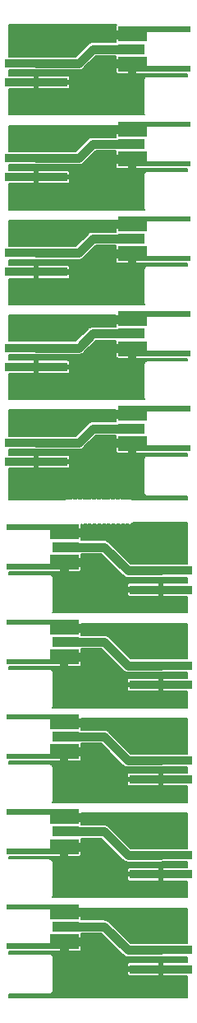
<source format=gbr>
G04 #@! TF.GenerationSoftware,KiCad,Pcbnew,(5.0.2)-1*
G04 #@! TF.CreationDate,2019-09-04T12:36:58-04:00*
G04 #@! TF.ProjectId,MMCX_2DD-100P_Both,4d4d4358-5f32-4444-942d-313030505f42,rev?*
G04 #@! TF.SameCoordinates,Original*
G04 #@! TF.FileFunction,Copper,L2,Bot*
G04 #@! TF.FilePolarity,Positive*
%FSLAX46Y46*%
G04 Gerber Fmt 4.6, Leading zero omitted, Abs format (unit mm)*
G04 Created by KiCad (PCBNEW (5.0.2)-1) date 9/4/2019 12:36:58 PM*
%MOMM*%
%LPD*%
G01*
G04 APERTURE LIST*
G04 #@! TA.AperFunction,SMDPad,CuDef*
%ADD10R,6.477000X0.883920*%
G04 #@! TD*
G04 #@! TA.AperFunction,SMDPad,CuDef*
%ADD11R,2.695200X1.092200*%
G04 #@! TD*
G04 #@! TA.AperFunction,SMDPad,CuDef*
%ADD12C,1.525300*%
G04 #@! TD*
G04 #@! TA.AperFunction,Conductor*
%ADD13C,0.100000*%
G04 #@! TD*
G04 #@! TA.AperFunction,ViaPad*
%ADD14C,0.800000*%
G04 #@! TD*
G04 #@! TA.AperFunction,Conductor*
%ADD15C,0.896620*%
G04 #@! TD*
G04 #@! TA.AperFunction,Conductor*
%ADD16C,0.883920*%
G04 #@! TD*
G04 #@! TA.AperFunction,Conductor*
%ADD17C,0.152400*%
G04 #@! TD*
G04 APERTURE END LIST*
D10*
G04 #@! TO.P,J2,1*
G04 #@! TO.N,Net-(J1-Pad1)*
X90371940Y-105821380D03*
G04 #@! TO.P,J2,3*
G04 #@! TO.N,Net-(J1-Pad2)*
X90371940Y-107773090D03*
G04 #@! TD*
G04 #@! TO.P,J5,1*
G04 #@! TO.N,Net-(J4-Pad1)*
X90371940Y-115579900D03*
G04 #@! TO.P,J5,3*
G04 #@! TO.N,Net-(J4-Pad2)*
X90371940Y-117531610D03*
G04 #@! TD*
G04 #@! TO.P,J8,1*
G04 #@! TO.N,Net-(J7-Pad1)*
X90371940Y-125338420D03*
G04 #@! TO.P,J8,3*
G04 #@! TO.N,Net-(J7-Pad2)*
X90371940Y-127290130D03*
G04 #@! TD*
G04 #@! TO.P,J11,1*
G04 #@! TO.N,Net-(J10-Pad1)*
X90371940Y-135096943D03*
G04 #@! TO.P,J11,3*
G04 #@! TO.N,Net-(J10-Pad2)*
X90371940Y-137048653D03*
G04 #@! TD*
G04 #@! TO.P,J14,1*
G04 #@! TO.N,Net-(J13-Pad1)*
X90371940Y-144855460D03*
G04 #@! TO.P,J14,3*
G04 #@! TO.N,Net-(J13-Pad2)*
X90371940Y-146807170D03*
G04 #@! TD*
D11*
G04 #@! TO.P,J1,1*
G04 #@! TO.N,Net-(J1-Pad1)*
X80576190Y-103381756D03*
D12*
G04 #@! TO.P,J1,2*
G04 #@! TO.N,Net-(J1-Pad2)*
X80423790Y-104919106D03*
D13*
G04 #@! TD*
G04 #@! TO.N,Net-(J1-Pad2)*
G04 #@! TO.C,J1*
G36*
X81923790Y-105681756D02*
X74423790Y-105681756D01*
X74423790Y-105131756D01*
X78923790Y-105131756D01*
X78923790Y-104156456D01*
X81923790Y-104156456D01*
X81923790Y-105681756D01*
X81923790Y-105681756D01*
G37*
D12*
G04 #@! TO.P,J1,2*
G04 #@! TO.N,Net-(J1-Pad2)*
X80423790Y-101844406D03*
D13*
G04 #@! TD*
G04 #@! TO.N,Net-(J1-Pad2)*
G04 #@! TO.C,J1*
G36*
X81923790Y-102607056D02*
X78923790Y-102607056D01*
X78923790Y-101631756D01*
X74423790Y-101631756D01*
X74423790Y-101081756D01*
X81923790Y-101081756D01*
X81923790Y-102607056D01*
X81923790Y-102607056D01*
G37*
D12*
G04 #@! TO.P,J4,2*
G04 #@! TO.N,Net-(J4-Pad2)*
X80423790Y-111602926D03*
D13*
G04 #@! TD*
G04 #@! TO.N,Net-(J4-Pad2)*
G04 #@! TO.C,J4*
G36*
X81923790Y-112365576D02*
X78923790Y-112365576D01*
X78923790Y-111390276D01*
X74423790Y-111390276D01*
X74423790Y-110840276D01*
X81923790Y-110840276D01*
X81923790Y-112365576D01*
X81923790Y-112365576D01*
G37*
D12*
G04 #@! TO.P,J4,2*
G04 #@! TO.N,Net-(J4-Pad2)*
X80423790Y-114677626D03*
D13*
G04 #@! TD*
G04 #@! TO.N,Net-(J4-Pad2)*
G04 #@! TO.C,J4*
G36*
X81923790Y-115440276D02*
X74423790Y-115440276D01*
X74423790Y-114890276D01*
X78923790Y-114890276D01*
X78923790Y-113914976D01*
X81923790Y-113914976D01*
X81923790Y-115440276D01*
X81923790Y-115440276D01*
G37*
D11*
G04 #@! TO.P,J4,1*
G04 #@! TO.N,Net-(J4-Pad1)*
X80576190Y-113140276D03*
G04 #@! TD*
D12*
G04 #@! TO.P,J7,2*
G04 #@! TO.N,Net-(J7-Pad2)*
X80423790Y-121361446D03*
D13*
G04 #@! TD*
G04 #@! TO.N,Net-(J7-Pad2)*
G04 #@! TO.C,J7*
G36*
X81923790Y-122124096D02*
X78923790Y-122124096D01*
X78923790Y-121148796D01*
X74423790Y-121148796D01*
X74423790Y-120598796D01*
X81923790Y-120598796D01*
X81923790Y-122124096D01*
X81923790Y-122124096D01*
G37*
D12*
G04 #@! TO.P,J7,2*
G04 #@! TO.N,Net-(J7-Pad2)*
X80423790Y-124436146D03*
D13*
G04 #@! TD*
G04 #@! TO.N,Net-(J7-Pad2)*
G04 #@! TO.C,J7*
G36*
X81923790Y-125198796D02*
X74423790Y-125198796D01*
X74423790Y-124648796D01*
X78923790Y-124648796D01*
X78923790Y-123673496D01*
X81923790Y-123673496D01*
X81923790Y-125198796D01*
X81923790Y-125198796D01*
G37*
D11*
G04 #@! TO.P,J7,1*
G04 #@! TO.N,Net-(J7-Pad1)*
X80576190Y-122898796D03*
G04 #@! TD*
D12*
G04 #@! TO.P,J10,2*
G04 #@! TO.N,Net-(J10-Pad2)*
X80423790Y-131119966D03*
D13*
G04 #@! TD*
G04 #@! TO.N,Net-(J10-Pad2)*
G04 #@! TO.C,J10*
G36*
X81923790Y-131882616D02*
X78923790Y-131882616D01*
X78923790Y-130907316D01*
X74423790Y-130907316D01*
X74423790Y-130357316D01*
X81923790Y-130357316D01*
X81923790Y-131882616D01*
X81923790Y-131882616D01*
G37*
D12*
G04 #@! TO.P,J10,2*
G04 #@! TO.N,Net-(J10-Pad2)*
X80423790Y-134194666D03*
D13*
G04 #@! TD*
G04 #@! TO.N,Net-(J10-Pad2)*
G04 #@! TO.C,J10*
G36*
X81923790Y-134957316D02*
X74423790Y-134957316D01*
X74423790Y-134407316D01*
X78923790Y-134407316D01*
X78923790Y-133432016D01*
X81923790Y-133432016D01*
X81923790Y-134957316D01*
X81923790Y-134957316D01*
G37*
D11*
G04 #@! TO.P,J10,1*
G04 #@! TO.N,Net-(J10-Pad1)*
X80576190Y-132657316D03*
G04 #@! TD*
D12*
G04 #@! TO.P,J13,2*
G04 #@! TO.N,Net-(J13-Pad2)*
X80423790Y-140878486D03*
D13*
G04 #@! TD*
G04 #@! TO.N,Net-(J13-Pad2)*
G04 #@! TO.C,J13*
G36*
X81923790Y-141641136D02*
X78923790Y-141641136D01*
X78923790Y-140665836D01*
X74423790Y-140665836D01*
X74423790Y-140115836D01*
X81923790Y-140115836D01*
X81923790Y-141641136D01*
X81923790Y-141641136D01*
G37*
D12*
G04 #@! TO.P,J13,2*
G04 #@! TO.N,Net-(J13-Pad2)*
X80423790Y-143953186D03*
D13*
G04 #@! TD*
G04 #@! TO.N,Net-(J13-Pad2)*
G04 #@! TO.C,J13*
G36*
X81923790Y-144715836D02*
X74423790Y-144715836D01*
X74423790Y-144165836D01*
X78923790Y-144165836D01*
X78923790Y-143190536D01*
X81923790Y-143190536D01*
X81923790Y-144715836D01*
X81923790Y-144715836D01*
G37*
D11*
G04 #@! TO.P,J13,1*
G04 #@! TO.N,Net-(J13-Pad1)*
X80576190Y-142415836D03*
G04 #@! TD*
D10*
G04 #@! TO.P,J2,1*
G04 #@! TO.N,Net-(J1-Pad1)*
X77504527Y-92652055D03*
G04 #@! TO.P,J2,3*
G04 #@! TO.N,Net-(J1-Pad2)*
X77504527Y-94603765D03*
G04 #@! TD*
G04 #@! TO.P,J5,1*
G04 #@! TO.N,Net-(J4-Pad1)*
X77504527Y-82893535D03*
G04 #@! TO.P,J5,3*
G04 #@! TO.N,Net-(J4-Pad2)*
X77504527Y-84845245D03*
G04 #@! TD*
G04 #@! TO.P,J8,1*
G04 #@! TO.N,Net-(J7-Pad1)*
X77504527Y-73135018D03*
G04 #@! TO.P,J8,3*
G04 #@! TO.N,Net-(J7-Pad2)*
X77504527Y-75086728D03*
G04 #@! TD*
G04 #@! TO.P,J11,1*
G04 #@! TO.N,Net-(J10-Pad1)*
X77504527Y-63376498D03*
G04 #@! TO.P,J11,3*
G04 #@! TO.N,Net-(J10-Pad2)*
X77504527Y-65328208D03*
G04 #@! TD*
G04 #@! TO.P,J14,1*
G04 #@! TO.N,Net-(J13-Pad1)*
X77504527Y-53617972D03*
G04 #@! TO.P,J14,3*
G04 #@! TO.N,Net-(J13-Pad2)*
X77504527Y-55569682D03*
G04 #@! TD*
D11*
G04 #@! TO.P,J1,1*
G04 #@! TO.N,Net-(J1-Pad1)*
X87300277Y-91188280D03*
D12*
G04 #@! TO.P,J1,2*
G04 #@! TO.N,Net-(J1-Pad2)*
X87452677Y-89650930D03*
D13*
G04 #@! TD*
G04 #@! TO.N,Net-(J1-Pad2)*
G04 #@! TO.C,J1*
G36*
X85952677Y-88888280D02*
X93452677Y-88888280D01*
X93452677Y-89438280D01*
X88952677Y-89438280D01*
X88952677Y-90413580D01*
X85952677Y-90413580D01*
X85952677Y-88888280D01*
X85952677Y-88888280D01*
G37*
D12*
G04 #@! TO.P,J1,2*
G04 #@! TO.N,Net-(J1-Pad2)*
X87452677Y-92725630D03*
D13*
G04 #@! TD*
G04 #@! TO.N,Net-(J1-Pad2)*
G04 #@! TO.C,J1*
G36*
X85952677Y-91962980D02*
X88952677Y-91962980D01*
X88952677Y-92938280D01*
X93452677Y-92938280D01*
X93452677Y-93488280D01*
X85952677Y-93488280D01*
X85952677Y-91962980D01*
X85952677Y-91962980D01*
G37*
D12*
G04 #@! TO.P,J4,2*
G04 #@! TO.N,Net-(J4-Pad2)*
X87452677Y-82967110D03*
D13*
G04 #@! TD*
G04 #@! TO.N,Net-(J4-Pad2)*
G04 #@! TO.C,J4*
G36*
X85952677Y-82204460D02*
X88952677Y-82204460D01*
X88952677Y-83179760D01*
X93452677Y-83179760D01*
X93452677Y-83729760D01*
X85952677Y-83729760D01*
X85952677Y-82204460D01*
X85952677Y-82204460D01*
G37*
D12*
G04 #@! TO.P,J4,2*
G04 #@! TO.N,Net-(J4-Pad2)*
X87452677Y-79892410D03*
D13*
G04 #@! TD*
G04 #@! TO.N,Net-(J4-Pad2)*
G04 #@! TO.C,J4*
G36*
X85952677Y-79129760D02*
X93452677Y-79129760D01*
X93452677Y-79679760D01*
X88952677Y-79679760D01*
X88952677Y-80655060D01*
X85952677Y-80655060D01*
X85952677Y-79129760D01*
X85952677Y-79129760D01*
G37*
D11*
G04 #@! TO.P,J4,1*
G04 #@! TO.N,Net-(J4-Pad1)*
X87300277Y-81429760D03*
G04 #@! TD*
D12*
G04 #@! TO.P,J7,2*
G04 #@! TO.N,Net-(J7-Pad2)*
X87452677Y-73208590D03*
D13*
G04 #@! TD*
G04 #@! TO.N,Net-(J7-Pad2)*
G04 #@! TO.C,J7*
G36*
X85952677Y-72445940D02*
X88952677Y-72445940D01*
X88952677Y-73421240D01*
X93452677Y-73421240D01*
X93452677Y-73971240D01*
X85952677Y-73971240D01*
X85952677Y-72445940D01*
X85952677Y-72445940D01*
G37*
D12*
G04 #@! TO.P,J7,2*
G04 #@! TO.N,Net-(J7-Pad2)*
X87452677Y-70133890D03*
D13*
G04 #@! TD*
G04 #@! TO.N,Net-(J7-Pad2)*
G04 #@! TO.C,J7*
G36*
X85952677Y-69371240D02*
X93452677Y-69371240D01*
X93452677Y-69921240D01*
X88952677Y-69921240D01*
X88952677Y-70896540D01*
X85952677Y-70896540D01*
X85952677Y-69371240D01*
X85952677Y-69371240D01*
G37*
D11*
G04 #@! TO.P,J7,1*
G04 #@! TO.N,Net-(J7-Pad1)*
X87300277Y-71671240D03*
G04 #@! TD*
D12*
G04 #@! TO.P,J10,2*
G04 #@! TO.N,Net-(J10-Pad2)*
X87452677Y-63450070D03*
D13*
G04 #@! TD*
G04 #@! TO.N,Net-(J10-Pad2)*
G04 #@! TO.C,J10*
G36*
X85952677Y-62687420D02*
X88952677Y-62687420D01*
X88952677Y-63662720D01*
X93452677Y-63662720D01*
X93452677Y-64212720D01*
X85952677Y-64212720D01*
X85952677Y-62687420D01*
X85952677Y-62687420D01*
G37*
D12*
G04 #@! TO.P,J10,2*
G04 #@! TO.N,Net-(J10-Pad2)*
X87452677Y-60375370D03*
D13*
G04 #@! TD*
G04 #@! TO.N,Net-(J10-Pad2)*
G04 #@! TO.C,J10*
G36*
X85952677Y-59612720D02*
X93452677Y-59612720D01*
X93452677Y-60162720D01*
X88952677Y-60162720D01*
X88952677Y-61138020D01*
X85952677Y-61138020D01*
X85952677Y-59612720D01*
X85952677Y-59612720D01*
G37*
D11*
G04 #@! TO.P,J10,1*
G04 #@! TO.N,Net-(J10-Pad1)*
X87300277Y-61912720D03*
G04 #@! TD*
D12*
G04 #@! TO.P,J13,2*
G04 #@! TO.N,Net-(J13-Pad2)*
X87452677Y-53691550D03*
D13*
G04 #@! TD*
G04 #@! TO.N,Net-(J13-Pad2)*
G04 #@! TO.C,J13*
G36*
X85952677Y-52928900D02*
X88952677Y-52928900D01*
X88952677Y-53904200D01*
X93452677Y-53904200D01*
X93452677Y-54454200D01*
X85952677Y-54454200D01*
X85952677Y-52928900D01*
X85952677Y-52928900D01*
G37*
D12*
G04 #@! TO.P,J13,2*
G04 #@! TO.N,Net-(J13-Pad2)*
X87452677Y-50616850D03*
D13*
G04 #@! TD*
G04 #@! TO.N,Net-(J13-Pad2)*
G04 #@! TO.C,J13*
G36*
X85952677Y-49854200D02*
X93452677Y-49854200D01*
X93452677Y-50404200D01*
X88952677Y-50404200D01*
X88952677Y-51379500D01*
X85952677Y-51379500D01*
X85952677Y-49854200D01*
X85952677Y-49854200D01*
G37*
D11*
G04 #@! TO.P,J13,1*
G04 #@! TO.N,Net-(J13-Pad1)*
X87300277Y-52154200D03*
G04 #@! TD*
D14*
G04 #@! TO.N,Net-(J1-Pad2)*
X82565124Y-106797238D03*
X82565124Y-101917972D03*
X84028902Y-104845534D03*
X84516828Y-101917978D03*
X85980606Y-102893830D03*
X82565124Y-109724794D03*
X82565124Y-104919106D03*
X89884014Y-104357608D03*
X85980606Y-108748942D03*
X84516828Y-109724794D03*
X92323644Y-104357608D03*
X84028902Y-106797238D03*
X87444384Y-109236868D03*
X85004754Y-105821386D03*
X89884014Y-109236868D03*
X92323644Y-109236868D03*
X87444384Y-104357608D03*
X85311343Y-92652058D03*
X85311343Y-97531324D03*
X83847565Y-94603762D03*
X83359639Y-97531318D03*
X81895861Y-96555466D03*
X85311343Y-89724502D03*
X85311343Y-94530190D03*
X77992453Y-96067540D03*
X81895861Y-90700354D03*
X83359639Y-89724502D03*
X75552823Y-96067540D03*
X83847565Y-92652058D03*
X80432083Y-91188280D03*
X82871713Y-93627910D03*
X77992453Y-91188280D03*
X75552823Y-91188280D03*
X80432083Y-96067540D03*
G04 #@! TO.N,Net-(J4-Pad2)*
X87444384Y-118995388D03*
X89884014Y-118995388D03*
X92323644Y-118995388D03*
X82565124Y-111676498D03*
X82565124Y-116555758D03*
X82565124Y-119531930D03*
X82565124Y-114604054D03*
X85980606Y-112652350D03*
X85980606Y-118507462D03*
X84516828Y-119483314D03*
X84028902Y-116555758D03*
X84028902Y-114604054D03*
X85004754Y-115579906D03*
X84516828Y-111676498D03*
X87444384Y-114116128D03*
X89884014Y-114116128D03*
X92323644Y-114116128D03*
X80432083Y-81429760D03*
X77992453Y-81429760D03*
X75552823Y-81429760D03*
X85311343Y-87772798D03*
X85311343Y-82893538D03*
X85311343Y-79917366D03*
X85311343Y-84845242D03*
X81895861Y-86796946D03*
X81895861Y-80941834D03*
X83359639Y-79965982D03*
X83847565Y-82893538D03*
X83847565Y-84845242D03*
X82871713Y-83869390D03*
X83359639Y-87772798D03*
X80432083Y-86309020D03*
X77992453Y-86309020D03*
X75552823Y-86309020D03*
G04 #@! TO.N,Net-(J7-Pad2)*
X87444384Y-128753908D03*
X89884014Y-128753908D03*
X92323644Y-128753908D03*
X82565124Y-126314278D03*
X82565124Y-124362574D03*
X85980606Y-128265982D03*
X84516828Y-129241834D03*
X84028902Y-124362574D03*
X85004754Y-125338426D03*
X82565124Y-129290480D03*
X85980606Y-122410870D03*
X82565124Y-121435018D03*
X84516828Y-121435018D03*
X87444384Y-123874648D03*
X89884014Y-123874648D03*
X92323644Y-123874648D03*
X84028902Y-126314278D03*
X80432083Y-71671240D03*
X77992453Y-71671240D03*
X75552823Y-71671240D03*
X85311343Y-73135018D03*
X85311343Y-75086722D03*
X81895861Y-71183314D03*
X83359639Y-70207462D03*
X83847565Y-75086722D03*
X82871713Y-74110870D03*
X85311343Y-70158816D03*
X81895861Y-77038426D03*
X85311343Y-78014278D03*
X83359639Y-78014278D03*
X80432083Y-76550500D03*
X77992453Y-76550500D03*
X75552823Y-76550500D03*
X83847565Y-73135018D03*
G04 #@! TO.N,Net-(J10-Pad2)*
X87444384Y-138512428D03*
X89884014Y-138512428D03*
X92323644Y-138512428D03*
X82565124Y-136072798D03*
X82565142Y-139073926D03*
X82565142Y-131193637D03*
X82565124Y-134121094D03*
X84028902Y-134121094D03*
X84516828Y-139000354D03*
X85980606Y-132169390D03*
X85980606Y-138024502D03*
X85004754Y-135096946D03*
X84516828Y-131193538D03*
X87444384Y-133633168D03*
X89884014Y-133633168D03*
X92323644Y-133633168D03*
X84028902Y-136072798D03*
X80432083Y-61912720D03*
X77992453Y-61912720D03*
X75552823Y-61912720D03*
X85311343Y-63376498D03*
X85311325Y-60375370D03*
X85311325Y-68255659D03*
X85311343Y-65328202D03*
X83847565Y-65328202D03*
X83359639Y-60448942D03*
X81895861Y-67279906D03*
X81895861Y-61424794D03*
X82871713Y-64352350D03*
X83359639Y-68255758D03*
X80432083Y-66791980D03*
X77992453Y-66791980D03*
X75552823Y-66791980D03*
X83847565Y-63376498D03*
G04 #@! TO.N,Net-(J13-Pad2)*
X89884014Y-148270948D03*
X85980606Y-147783022D03*
X84028902Y-143879614D03*
X82565124Y-145831318D03*
X82565142Y-140952212D03*
X82565142Y-148807580D03*
X82491736Y-143953186D03*
X84516828Y-148758874D03*
X92323644Y-148270948D03*
X85004754Y-144855466D03*
X87444384Y-148270948D03*
X84516828Y-140952058D03*
X92323644Y-143391688D03*
X89884014Y-143391688D03*
X87444384Y-143391688D03*
X85980606Y-141927910D03*
X84028902Y-145831318D03*
X77992453Y-52154200D03*
X81895861Y-51666274D03*
X83847565Y-55569682D03*
X85311343Y-53617978D03*
X85311325Y-58497084D03*
X85311325Y-50641716D03*
X85384731Y-55496110D03*
X83359639Y-50690422D03*
X75552823Y-52154200D03*
X82871713Y-54593830D03*
X80432083Y-52154200D03*
X83359639Y-58497238D03*
X75552823Y-57033460D03*
X77992453Y-57033460D03*
X80432083Y-57033460D03*
X81895861Y-57521386D03*
X83847565Y-53617978D03*
G04 #@! TD*
D15*
G04 #@! TO.N,Net-(J1-Pad1)*
X80576190Y-103381756D02*
X84516828Y-103381756D01*
X86956452Y-105821380D02*
X90371940Y-105821380D01*
X84516828Y-103381756D02*
X86956452Y-105821380D01*
X83359639Y-91188280D02*
X87300277Y-91188280D01*
X81895864Y-92652055D02*
X77504527Y-92652055D01*
X83359639Y-91188280D02*
X81895864Y-92652055D01*
G04 #@! TO.N,Net-(J1-Pad2)*
X80423790Y-104919106D02*
X82491576Y-104919106D01*
X82565124Y-101917972D02*
X80497356Y-101917972D01*
X80423790Y-104919106D02*
X80423790Y-106119682D01*
D16*
X87452677Y-93034845D02*
X87452677Y-94902058D01*
D15*
X87452677Y-92700614D02*
X85750713Y-92700614D01*
X87452677Y-89675916D02*
X84872003Y-89675916D01*
X84872003Y-89675916D02*
X84872003Y-89675916D01*
G04 #@! TO.N,Net-(J4-Pad1)*
X80576190Y-113140276D02*
X84516828Y-113140276D01*
X86956452Y-115579900D02*
X90371940Y-115579900D01*
X84516828Y-113140276D02*
X86956452Y-115579900D01*
X83359639Y-81429760D02*
X87300277Y-81429760D01*
X81895864Y-82893535D02*
X77504527Y-82893535D01*
X83359639Y-81429760D02*
X81895864Y-82893535D01*
D16*
G04 #@! TO.N,Net-(J4-Pad2)*
X80423790Y-116173001D02*
X80423790Y-114793684D01*
X80423790Y-114793684D02*
X80613387Y-114604087D01*
D15*
X80423790Y-116507232D02*
X82125724Y-116507232D01*
X80423790Y-114677626D02*
X82491552Y-114677626D01*
X82565124Y-111676498D02*
X80497362Y-111676498D01*
D16*
X87452677Y-83276295D02*
X87452677Y-84655612D01*
X87452677Y-84655612D02*
X87263080Y-84845209D01*
D15*
X87452677Y-82942064D02*
X85750743Y-82942064D01*
X87452677Y-79917366D02*
X85359875Y-79917366D01*
X84872000Y-79917366D02*
X84872000Y-79917366D01*
X85359875Y-79917366D02*
X84872000Y-79917366D01*
G04 #@! TO.N,Net-(J7-Pad1)*
X80576190Y-122898796D02*
X84516828Y-122898796D01*
X86956452Y-125338420D02*
X90371940Y-125338420D01*
X84516828Y-122898796D02*
X86956452Y-125338420D01*
X83359639Y-71671240D02*
X87300277Y-71671240D01*
X81895861Y-73135018D02*
X77504527Y-73135018D01*
X83359639Y-71671240D02*
X81895861Y-73135018D01*
D16*
G04 #@! TO.N,Net-(J7-Pad2)*
X80423790Y-125931551D02*
X80423790Y-124552204D01*
X80423790Y-124552204D02*
X80613354Y-124362640D01*
D15*
X80423790Y-126265782D02*
X82125694Y-126265782D01*
X80423790Y-124436146D02*
X82491656Y-124436146D01*
X82565124Y-121435018D02*
X80497362Y-121435018D01*
D16*
X87452677Y-73517745D02*
X87452677Y-74897092D01*
X87452677Y-74897092D02*
X87263113Y-75086656D01*
D15*
X87452677Y-73183514D02*
X85750773Y-73183514D01*
X87452677Y-70158816D02*
X85311343Y-70158816D01*
X85311343Y-70158816D02*
X84871997Y-70158816D01*
G04 #@! TO.N,Net-(J10-Pad1)*
X80576190Y-132657316D02*
X84516828Y-132657316D01*
X86956455Y-135096943D02*
X90371940Y-135096943D01*
X84516828Y-132657316D02*
X86956455Y-135096943D01*
X83359639Y-61912720D02*
X87300277Y-61912720D01*
X81895861Y-63376498D02*
X77504527Y-63376498D01*
X83359639Y-61912720D02*
X81895861Y-63376498D01*
D16*
G04 #@! TO.N,Net-(J10-Pad2)*
X80423790Y-136041811D02*
X80423790Y-134310724D01*
D15*
X80423790Y-134194666D02*
X82491696Y-134194666D01*
X82565142Y-131193637D02*
X80497461Y-131193637D01*
D16*
X87452677Y-63407485D02*
X87452677Y-65138572D01*
D15*
X87452677Y-60375370D02*
X85384915Y-60375370D01*
X87452677Y-63450070D02*
X85384915Y-63450070D01*
X85384915Y-60375370D02*
X85384915Y-60375370D01*
G04 #@! TO.N,Net-(J13-Pad1)*
X80576190Y-142415836D02*
X84516828Y-142415836D01*
X86956452Y-144855460D02*
X90371940Y-144855460D01*
X84516828Y-142415836D02*
X86956452Y-144855460D01*
X87300277Y-52154200D02*
X83359639Y-52154200D01*
X81895867Y-53617972D02*
X77504527Y-53617972D01*
X83359639Y-52154200D02*
X81895867Y-53617972D01*
D16*
G04 #@! TO.N,Net-(J13-Pad2)*
X80423790Y-144069244D02*
X80613288Y-143879746D01*
D15*
X80423790Y-143953186D02*
X82491736Y-143953186D01*
X82565142Y-140952212D02*
X80497516Y-140952212D01*
X80423790Y-143953186D02*
X80423790Y-145153762D01*
D16*
X87452677Y-54000645D02*
X87452677Y-55380052D01*
X87452677Y-55380052D02*
X87263179Y-55569550D01*
D15*
X87452677Y-53666414D02*
X85750833Y-53666414D01*
X87452677Y-50641716D02*
X84871991Y-50641716D01*
G04 #@! TD*
D17*
G04 #@! TO.N,Net-(J1-Pad2)*
G36*
X86435451Y-106293596D02*
X86457441Y-106320391D01*
X86564382Y-106408155D01*
X86686389Y-106473369D01*
X86818775Y-106513528D01*
X86921952Y-106523690D01*
X86921961Y-106523690D01*
X86956451Y-106527087D01*
X86990941Y-106523690D01*
X90406440Y-106523690D01*
X90458445Y-106518568D01*
X93124505Y-106518568D01*
X93124505Y-107077130D01*
X90613240Y-107077130D01*
X90549740Y-107140630D01*
X90549740Y-107595290D01*
X90569740Y-107595290D01*
X90569740Y-107950890D01*
X90549740Y-107950890D01*
X90549740Y-108405550D01*
X90613240Y-108469050D01*
X93124505Y-108469050D01*
X93124505Y-110136520D01*
X79229542Y-110136520D01*
X79248044Y-110075529D01*
X79254396Y-110011034D01*
X79252805Y-109994880D01*
X79252805Y-108014390D01*
X86879440Y-108014390D01*
X86879440Y-108240067D01*
X86889201Y-108289139D01*
X86908348Y-108335364D01*
X86936145Y-108376965D01*
X86971524Y-108412345D01*
X87013126Y-108440142D01*
X87059351Y-108459289D01*
X87108423Y-108469050D01*
X90130640Y-108469050D01*
X90194140Y-108405550D01*
X90194140Y-107950890D01*
X86942940Y-107950890D01*
X86879440Y-108014390D01*
X79252805Y-108014390D01*
X79252805Y-107306113D01*
X86879440Y-107306113D01*
X86879440Y-107531790D01*
X86942940Y-107595290D01*
X90194140Y-107595290D01*
X90194140Y-107140630D01*
X90130640Y-107077130D01*
X87108423Y-107077130D01*
X87059351Y-107086891D01*
X87013126Y-107106038D01*
X86971524Y-107133835D01*
X86936145Y-107169215D01*
X86908348Y-107210816D01*
X86889201Y-107257041D01*
X86879440Y-107306113D01*
X79252805Y-107306113D01*
X79252805Y-106527188D01*
X79254396Y-106511034D01*
X79248044Y-106446539D01*
X79229231Y-106384522D01*
X79198681Y-106327367D01*
X79157568Y-106277271D01*
X79107472Y-106236158D01*
X79050317Y-106205608D01*
X78988300Y-106186795D01*
X78939959Y-106182034D01*
X78923805Y-106180443D01*
X78907651Y-106182034D01*
X74752805Y-106182034D01*
X74752805Y-105936985D01*
X81923790Y-105936985D01*
X81973583Y-105932081D01*
X82021462Y-105917557D01*
X82065588Y-105893971D01*
X82104264Y-105862230D01*
X82136005Y-105823554D01*
X82159591Y-105779428D01*
X82174115Y-105731549D01*
X82179019Y-105681756D01*
X82179019Y-104156456D01*
X82174115Y-104106663D01*
X82167260Y-104084066D01*
X84225923Y-104084066D01*
X86435451Y-106293596D01*
X86435451Y-106293596D01*
G37*
X86435451Y-106293596D02*
X86457441Y-106320391D01*
X86564382Y-106408155D01*
X86686389Y-106473369D01*
X86818775Y-106513528D01*
X86921952Y-106523690D01*
X86921961Y-106523690D01*
X86956451Y-106527087D01*
X86990941Y-106523690D01*
X90406440Y-106523690D01*
X90458445Y-106518568D01*
X93124505Y-106518568D01*
X93124505Y-107077130D01*
X90613240Y-107077130D01*
X90549740Y-107140630D01*
X90549740Y-107595290D01*
X90569740Y-107595290D01*
X90569740Y-107950890D01*
X90549740Y-107950890D01*
X90549740Y-108405550D01*
X90613240Y-108469050D01*
X93124505Y-108469050D01*
X93124505Y-110136520D01*
X79229542Y-110136520D01*
X79248044Y-110075529D01*
X79254396Y-110011034D01*
X79252805Y-109994880D01*
X79252805Y-108014390D01*
X86879440Y-108014390D01*
X86879440Y-108240067D01*
X86889201Y-108289139D01*
X86908348Y-108335364D01*
X86936145Y-108376965D01*
X86971524Y-108412345D01*
X87013126Y-108440142D01*
X87059351Y-108459289D01*
X87108423Y-108469050D01*
X90130640Y-108469050D01*
X90194140Y-108405550D01*
X90194140Y-107950890D01*
X86942940Y-107950890D01*
X86879440Y-108014390D01*
X79252805Y-108014390D01*
X79252805Y-107306113D01*
X86879440Y-107306113D01*
X86879440Y-107531790D01*
X86942940Y-107595290D01*
X90194140Y-107595290D01*
X90194140Y-107140630D01*
X90130640Y-107077130D01*
X87108423Y-107077130D01*
X87059351Y-107086891D01*
X87013126Y-107106038D01*
X86971524Y-107133835D01*
X86936145Y-107169215D01*
X86908348Y-107210816D01*
X86889201Y-107257041D01*
X86879440Y-107306113D01*
X79252805Y-107306113D01*
X79252805Y-106527188D01*
X79254396Y-106511034D01*
X79248044Y-106446539D01*
X79229231Y-106384522D01*
X79198681Y-106327367D01*
X79157568Y-106277271D01*
X79107472Y-106236158D01*
X79050317Y-106205608D01*
X78988300Y-106186795D01*
X78939959Y-106182034D01*
X78923805Y-106180443D01*
X78907651Y-106182034D01*
X74752805Y-106182034D01*
X74752805Y-105936985D01*
X81923790Y-105936985D01*
X81973583Y-105932081D01*
X82021462Y-105917557D01*
X82065588Y-105893971D01*
X82104264Y-105862230D01*
X82136005Y-105823554D01*
X82159591Y-105779428D01*
X82174115Y-105731549D01*
X82179019Y-105681756D01*
X82179019Y-104156456D01*
X82174115Y-104106663D01*
X82167260Y-104084066D01*
X84225923Y-104084066D01*
X86435451Y-106293596D01*
G36*
X93124505Y-105124192D02*
X90458445Y-105124192D01*
X90406440Y-105119070D01*
X87247359Y-105119070D01*
X85037838Y-102909551D01*
X85015839Y-102882745D01*
X84908898Y-102794981D01*
X84786891Y-102729767D01*
X84654505Y-102689608D01*
X84551328Y-102679446D01*
X84551326Y-102679446D01*
X84516828Y-102676048D01*
X84482330Y-102679446D01*
X82167260Y-102679446D01*
X82174115Y-102656849D01*
X82179019Y-102607056D01*
X82179019Y-101081756D01*
X82178790Y-101079432D01*
X82230765Y-101089771D01*
X82305815Y-101089771D01*
X82379423Y-101075129D01*
X82448761Y-101046408D01*
X82511163Y-101004713D01*
X82512253Y-101003623D01*
X82513343Y-101004713D01*
X82575745Y-101046408D01*
X82645083Y-101075129D01*
X82718691Y-101089771D01*
X82793741Y-101089771D01*
X82867349Y-101075129D01*
X82936687Y-101046408D01*
X82999089Y-101004713D01*
X83000179Y-101003623D01*
X83001269Y-101004713D01*
X83063671Y-101046408D01*
X83133009Y-101075129D01*
X83206617Y-101089771D01*
X83281667Y-101089771D01*
X83355275Y-101075129D01*
X83424613Y-101046408D01*
X83487015Y-101004713D01*
X83488105Y-101003623D01*
X83489195Y-101004713D01*
X83551597Y-101046408D01*
X83620935Y-101075129D01*
X83694543Y-101089771D01*
X83769593Y-101089771D01*
X83843201Y-101075129D01*
X83912539Y-101046408D01*
X83974941Y-101004713D01*
X83976031Y-101003623D01*
X83977121Y-101004713D01*
X84039523Y-101046408D01*
X84108861Y-101075129D01*
X84182469Y-101089771D01*
X84257519Y-101089771D01*
X84331127Y-101075129D01*
X84400465Y-101046408D01*
X84462867Y-101004713D01*
X84463957Y-101003623D01*
X84465047Y-101004713D01*
X84527449Y-101046408D01*
X84596787Y-101075129D01*
X84670395Y-101089771D01*
X84745445Y-101089771D01*
X84819053Y-101075129D01*
X84888391Y-101046408D01*
X84950793Y-101004713D01*
X84951883Y-101003623D01*
X84952973Y-101004713D01*
X85015375Y-101046408D01*
X85084713Y-101075129D01*
X85158321Y-101089771D01*
X85233371Y-101089771D01*
X85306979Y-101075129D01*
X85376317Y-101046408D01*
X85438719Y-101004713D01*
X85439809Y-101003623D01*
X85440899Y-101004713D01*
X85503301Y-101046408D01*
X85572639Y-101075129D01*
X85646247Y-101089771D01*
X85721297Y-101089771D01*
X85794905Y-101075129D01*
X85864243Y-101046408D01*
X85926645Y-101004713D01*
X85927735Y-101003623D01*
X85928825Y-101004713D01*
X85991227Y-101046408D01*
X86060565Y-101075129D01*
X86134173Y-101089771D01*
X86209223Y-101089771D01*
X86282831Y-101075129D01*
X86352169Y-101046408D01*
X86414571Y-101004713D01*
X86415661Y-101003623D01*
X86416751Y-101004713D01*
X86479153Y-101046408D01*
X86548491Y-101075129D01*
X86622099Y-101089771D01*
X86697149Y-101089771D01*
X86770757Y-101075129D01*
X86840095Y-101046408D01*
X86902497Y-101004713D01*
X86903587Y-101003623D01*
X86904677Y-101004713D01*
X86967079Y-101046408D01*
X87036417Y-101075129D01*
X87110025Y-101089771D01*
X87185075Y-101089771D01*
X87258683Y-101075129D01*
X87328021Y-101046408D01*
X87390423Y-101004713D01*
X87443492Y-100951644D01*
X87470802Y-100910771D01*
X93124505Y-100910771D01*
X93124505Y-105124192D01*
X93124505Y-105124192D01*
G37*
X93124505Y-105124192D02*
X90458445Y-105124192D01*
X90406440Y-105119070D01*
X87247359Y-105119070D01*
X85037838Y-102909551D01*
X85015839Y-102882745D01*
X84908898Y-102794981D01*
X84786891Y-102729767D01*
X84654505Y-102689608D01*
X84551328Y-102679446D01*
X84551326Y-102679446D01*
X84516828Y-102676048D01*
X84482330Y-102679446D01*
X82167260Y-102679446D01*
X82174115Y-102656849D01*
X82179019Y-102607056D01*
X82179019Y-101081756D01*
X82178790Y-101079432D01*
X82230765Y-101089771D01*
X82305815Y-101089771D01*
X82379423Y-101075129D01*
X82448761Y-101046408D01*
X82511163Y-101004713D01*
X82512253Y-101003623D01*
X82513343Y-101004713D01*
X82575745Y-101046408D01*
X82645083Y-101075129D01*
X82718691Y-101089771D01*
X82793741Y-101089771D01*
X82867349Y-101075129D01*
X82936687Y-101046408D01*
X82999089Y-101004713D01*
X83000179Y-101003623D01*
X83001269Y-101004713D01*
X83063671Y-101046408D01*
X83133009Y-101075129D01*
X83206617Y-101089771D01*
X83281667Y-101089771D01*
X83355275Y-101075129D01*
X83424613Y-101046408D01*
X83487015Y-101004713D01*
X83488105Y-101003623D01*
X83489195Y-101004713D01*
X83551597Y-101046408D01*
X83620935Y-101075129D01*
X83694543Y-101089771D01*
X83769593Y-101089771D01*
X83843201Y-101075129D01*
X83912539Y-101046408D01*
X83974941Y-101004713D01*
X83976031Y-101003623D01*
X83977121Y-101004713D01*
X84039523Y-101046408D01*
X84108861Y-101075129D01*
X84182469Y-101089771D01*
X84257519Y-101089771D01*
X84331127Y-101075129D01*
X84400465Y-101046408D01*
X84462867Y-101004713D01*
X84463957Y-101003623D01*
X84465047Y-101004713D01*
X84527449Y-101046408D01*
X84596787Y-101075129D01*
X84670395Y-101089771D01*
X84745445Y-101089771D01*
X84819053Y-101075129D01*
X84888391Y-101046408D01*
X84950793Y-101004713D01*
X84951883Y-101003623D01*
X84952973Y-101004713D01*
X85015375Y-101046408D01*
X85084713Y-101075129D01*
X85158321Y-101089771D01*
X85233371Y-101089771D01*
X85306979Y-101075129D01*
X85376317Y-101046408D01*
X85438719Y-101004713D01*
X85439809Y-101003623D01*
X85440899Y-101004713D01*
X85503301Y-101046408D01*
X85572639Y-101075129D01*
X85646247Y-101089771D01*
X85721297Y-101089771D01*
X85794905Y-101075129D01*
X85864243Y-101046408D01*
X85926645Y-101004713D01*
X85927735Y-101003623D01*
X85928825Y-101004713D01*
X85991227Y-101046408D01*
X86060565Y-101075129D01*
X86134173Y-101089771D01*
X86209223Y-101089771D01*
X86282831Y-101075129D01*
X86352169Y-101046408D01*
X86414571Y-101004713D01*
X86415661Y-101003623D01*
X86416751Y-101004713D01*
X86479153Y-101046408D01*
X86548491Y-101075129D01*
X86622099Y-101089771D01*
X86697149Y-101089771D01*
X86770757Y-101075129D01*
X86840095Y-101046408D01*
X86902497Y-101004713D01*
X86903587Y-101003623D01*
X86904677Y-101004713D01*
X86967079Y-101046408D01*
X87036417Y-101075129D01*
X87110025Y-101089771D01*
X87185075Y-101089771D01*
X87258683Y-101075129D01*
X87328021Y-101046408D01*
X87390423Y-101004713D01*
X87443492Y-100951644D01*
X87470802Y-100910771D01*
X93124505Y-100910771D01*
X93124505Y-105124192D01*
G04 #@! TO.N,Net-(J4-Pad2)*
G36*
X86435451Y-116052116D02*
X86457441Y-116078911D01*
X86564382Y-116166675D01*
X86686389Y-116231889D01*
X86818775Y-116272048D01*
X86921952Y-116282210D01*
X86921961Y-116282210D01*
X86956451Y-116285607D01*
X86990941Y-116282210D01*
X90406440Y-116282210D01*
X90458445Y-116277088D01*
X93124505Y-116277088D01*
X93124505Y-116835650D01*
X90613240Y-116835650D01*
X90549740Y-116899150D01*
X90549740Y-117353810D01*
X90569740Y-117353810D01*
X90569740Y-117709410D01*
X90549740Y-117709410D01*
X90549740Y-118164070D01*
X90613240Y-118227570D01*
X93124505Y-118227570D01*
X93124505Y-119895040D01*
X79229544Y-119895040D01*
X79248044Y-119834055D01*
X79254396Y-119769560D01*
X79252805Y-119753406D01*
X79252805Y-117772910D01*
X86879440Y-117772910D01*
X86879440Y-117998587D01*
X86889201Y-118047659D01*
X86908348Y-118093884D01*
X86936145Y-118135485D01*
X86971524Y-118170865D01*
X87013126Y-118198662D01*
X87059351Y-118217809D01*
X87108423Y-118227570D01*
X90130640Y-118227570D01*
X90194140Y-118164070D01*
X90194140Y-117709410D01*
X86942940Y-117709410D01*
X86879440Y-117772910D01*
X79252805Y-117772910D01*
X79252805Y-117064633D01*
X86879440Y-117064633D01*
X86879440Y-117290310D01*
X86942940Y-117353810D01*
X90194140Y-117353810D01*
X90194140Y-116899150D01*
X90130640Y-116835650D01*
X87108423Y-116835650D01*
X87059351Y-116845411D01*
X87013126Y-116864558D01*
X86971524Y-116892355D01*
X86936145Y-116927735D01*
X86908348Y-116969336D01*
X86889201Y-117015561D01*
X86879440Y-117064633D01*
X79252805Y-117064633D01*
X79252805Y-116285714D01*
X79254396Y-116269560D01*
X79248044Y-116205065D01*
X79229231Y-116143048D01*
X79198681Y-116085893D01*
X79157568Y-116035797D01*
X79107472Y-115994684D01*
X79050317Y-115964134D01*
X78988300Y-115945321D01*
X78939959Y-115940560D01*
X78923805Y-115938969D01*
X78907651Y-115940560D01*
X74752805Y-115940560D01*
X74752805Y-115695505D01*
X81923790Y-115695505D01*
X81973583Y-115690601D01*
X82021462Y-115676077D01*
X82065588Y-115652491D01*
X82104264Y-115620750D01*
X82136005Y-115582074D01*
X82159591Y-115537948D01*
X82174115Y-115490069D01*
X82179019Y-115440276D01*
X82179019Y-113914976D01*
X82174115Y-113865183D01*
X82167260Y-113842586D01*
X84225923Y-113842586D01*
X86435451Y-116052116D01*
X86435451Y-116052116D01*
G37*
X86435451Y-116052116D02*
X86457441Y-116078911D01*
X86564382Y-116166675D01*
X86686389Y-116231889D01*
X86818775Y-116272048D01*
X86921952Y-116282210D01*
X86921961Y-116282210D01*
X86956451Y-116285607D01*
X86990941Y-116282210D01*
X90406440Y-116282210D01*
X90458445Y-116277088D01*
X93124505Y-116277088D01*
X93124505Y-116835650D01*
X90613240Y-116835650D01*
X90549740Y-116899150D01*
X90549740Y-117353810D01*
X90569740Y-117353810D01*
X90569740Y-117709410D01*
X90549740Y-117709410D01*
X90549740Y-118164070D01*
X90613240Y-118227570D01*
X93124505Y-118227570D01*
X93124505Y-119895040D01*
X79229544Y-119895040D01*
X79248044Y-119834055D01*
X79254396Y-119769560D01*
X79252805Y-119753406D01*
X79252805Y-117772910D01*
X86879440Y-117772910D01*
X86879440Y-117998587D01*
X86889201Y-118047659D01*
X86908348Y-118093884D01*
X86936145Y-118135485D01*
X86971524Y-118170865D01*
X87013126Y-118198662D01*
X87059351Y-118217809D01*
X87108423Y-118227570D01*
X90130640Y-118227570D01*
X90194140Y-118164070D01*
X90194140Y-117709410D01*
X86942940Y-117709410D01*
X86879440Y-117772910D01*
X79252805Y-117772910D01*
X79252805Y-117064633D01*
X86879440Y-117064633D01*
X86879440Y-117290310D01*
X86942940Y-117353810D01*
X90194140Y-117353810D01*
X90194140Y-116899150D01*
X90130640Y-116835650D01*
X87108423Y-116835650D01*
X87059351Y-116845411D01*
X87013126Y-116864558D01*
X86971524Y-116892355D01*
X86936145Y-116927735D01*
X86908348Y-116969336D01*
X86889201Y-117015561D01*
X86879440Y-117064633D01*
X79252805Y-117064633D01*
X79252805Y-116285714D01*
X79254396Y-116269560D01*
X79248044Y-116205065D01*
X79229231Y-116143048D01*
X79198681Y-116085893D01*
X79157568Y-116035797D01*
X79107472Y-115994684D01*
X79050317Y-115964134D01*
X78988300Y-115945321D01*
X78939959Y-115940560D01*
X78923805Y-115938969D01*
X78907651Y-115940560D01*
X74752805Y-115940560D01*
X74752805Y-115695505D01*
X81923790Y-115695505D01*
X81973583Y-115690601D01*
X82021462Y-115676077D01*
X82065588Y-115652491D01*
X82104264Y-115620750D01*
X82136005Y-115582074D01*
X82159591Y-115537948D01*
X82174115Y-115490069D01*
X82179019Y-115440276D01*
X82179019Y-113914976D01*
X82174115Y-113865183D01*
X82167260Y-113842586D01*
X84225923Y-113842586D01*
X86435451Y-116052116D01*
G36*
X93124505Y-114882712D02*
X90458445Y-114882712D01*
X90406440Y-114877590D01*
X87247359Y-114877590D01*
X85037838Y-112668071D01*
X85015839Y-112641265D01*
X84908898Y-112553501D01*
X84786891Y-112488287D01*
X84654505Y-112448128D01*
X84551328Y-112437966D01*
X84551326Y-112437966D01*
X84516828Y-112434568D01*
X84482330Y-112437966D01*
X82167260Y-112437966D01*
X82174115Y-112415369D01*
X82179019Y-112365576D01*
X82179019Y-111264772D01*
X93124505Y-111264772D01*
X93124505Y-114882712D01*
X93124505Y-114882712D01*
G37*
X93124505Y-114882712D02*
X90458445Y-114882712D01*
X90406440Y-114877590D01*
X87247359Y-114877590D01*
X85037838Y-112668071D01*
X85015839Y-112641265D01*
X84908898Y-112553501D01*
X84786891Y-112488287D01*
X84654505Y-112448128D01*
X84551328Y-112437966D01*
X84551326Y-112437966D01*
X84516828Y-112434568D01*
X84482330Y-112437966D01*
X82167260Y-112437966D01*
X82174115Y-112415369D01*
X82179019Y-112365576D01*
X82179019Y-111264772D01*
X93124505Y-111264772D01*
X93124505Y-114882712D01*
G04 #@! TO.N,Net-(J7-Pad2)*
G36*
X86435451Y-125810636D02*
X86457441Y-125837431D01*
X86564382Y-125925195D01*
X86686389Y-125990409D01*
X86818775Y-126030568D01*
X86921952Y-126040730D01*
X86921961Y-126040730D01*
X86956451Y-126044127D01*
X86990941Y-126040730D01*
X90406440Y-126040730D01*
X90458445Y-126035608D01*
X93124506Y-126035608D01*
X93124506Y-126594170D01*
X90613240Y-126594170D01*
X90549740Y-126657670D01*
X90549740Y-127112330D01*
X90569740Y-127112330D01*
X90569740Y-127467930D01*
X90549740Y-127467930D01*
X90549740Y-127922590D01*
X90613240Y-127986090D01*
X93124506Y-127986090D01*
X93124506Y-129653560D01*
X79229546Y-129653560D01*
X79248044Y-129592581D01*
X79254396Y-129528086D01*
X79252805Y-129511932D01*
X79252805Y-127531430D01*
X86879440Y-127531430D01*
X86879440Y-127757107D01*
X86889201Y-127806179D01*
X86908348Y-127852404D01*
X86936145Y-127894005D01*
X86971524Y-127929385D01*
X87013126Y-127957182D01*
X87059351Y-127976329D01*
X87108423Y-127986090D01*
X90130640Y-127986090D01*
X90194140Y-127922590D01*
X90194140Y-127467930D01*
X86942940Y-127467930D01*
X86879440Y-127531430D01*
X79252805Y-127531430D01*
X79252805Y-126823153D01*
X86879440Y-126823153D01*
X86879440Y-127048830D01*
X86942940Y-127112330D01*
X90194140Y-127112330D01*
X90194140Y-126657670D01*
X90130640Y-126594170D01*
X87108423Y-126594170D01*
X87059351Y-126603931D01*
X87013126Y-126623078D01*
X86971524Y-126650875D01*
X86936145Y-126686255D01*
X86908348Y-126727856D01*
X86889201Y-126774081D01*
X86879440Y-126823153D01*
X79252805Y-126823153D01*
X79252805Y-126044240D01*
X79254396Y-126028086D01*
X79248044Y-125963591D01*
X79229231Y-125901574D01*
X79198681Y-125844419D01*
X79157568Y-125794323D01*
X79107472Y-125753210D01*
X79050317Y-125722660D01*
X78988300Y-125703847D01*
X78939959Y-125699086D01*
X78923805Y-125697495D01*
X78907651Y-125699086D01*
X74752805Y-125699086D01*
X74752805Y-125454025D01*
X81923790Y-125454025D01*
X81973583Y-125449121D01*
X82021462Y-125434597D01*
X82065588Y-125411011D01*
X82104264Y-125379270D01*
X82136005Y-125340594D01*
X82159591Y-125296468D01*
X82174115Y-125248589D01*
X82179019Y-125198796D01*
X82179019Y-123673496D01*
X82174115Y-123623703D01*
X82167260Y-123601106D01*
X84225923Y-123601106D01*
X86435451Y-125810636D01*
X86435451Y-125810636D01*
G37*
X86435451Y-125810636D02*
X86457441Y-125837431D01*
X86564382Y-125925195D01*
X86686389Y-125990409D01*
X86818775Y-126030568D01*
X86921952Y-126040730D01*
X86921961Y-126040730D01*
X86956451Y-126044127D01*
X86990941Y-126040730D01*
X90406440Y-126040730D01*
X90458445Y-126035608D01*
X93124506Y-126035608D01*
X93124506Y-126594170D01*
X90613240Y-126594170D01*
X90549740Y-126657670D01*
X90549740Y-127112330D01*
X90569740Y-127112330D01*
X90569740Y-127467930D01*
X90549740Y-127467930D01*
X90549740Y-127922590D01*
X90613240Y-127986090D01*
X93124506Y-127986090D01*
X93124506Y-129653560D01*
X79229546Y-129653560D01*
X79248044Y-129592581D01*
X79254396Y-129528086D01*
X79252805Y-129511932D01*
X79252805Y-127531430D01*
X86879440Y-127531430D01*
X86879440Y-127757107D01*
X86889201Y-127806179D01*
X86908348Y-127852404D01*
X86936145Y-127894005D01*
X86971524Y-127929385D01*
X87013126Y-127957182D01*
X87059351Y-127976329D01*
X87108423Y-127986090D01*
X90130640Y-127986090D01*
X90194140Y-127922590D01*
X90194140Y-127467930D01*
X86942940Y-127467930D01*
X86879440Y-127531430D01*
X79252805Y-127531430D01*
X79252805Y-126823153D01*
X86879440Y-126823153D01*
X86879440Y-127048830D01*
X86942940Y-127112330D01*
X90194140Y-127112330D01*
X90194140Y-126657670D01*
X90130640Y-126594170D01*
X87108423Y-126594170D01*
X87059351Y-126603931D01*
X87013126Y-126623078D01*
X86971524Y-126650875D01*
X86936145Y-126686255D01*
X86908348Y-126727856D01*
X86889201Y-126774081D01*
X86879440Y-126823153D01*
X79252805Y-126823153D01*
X79252805Y-126044240D01*
X79254396Y-126028086D01*
X79248044Y-125963591D01*
X79229231Y-125901574D01*
X79198681Y-125844419D01*
X79157568Y-125794323D01*
X79107472Y-125753210D01*
X79050317Y-125722660D01*
X78988300Y-125703847D01*
X78939959Y-125699086D01*
X78923805Y-125697495D01*
X78907651Y-125699086D01*
X74752805Y-125699086D01*
X74752805Y-125454025D01*
X81923790Y-125454025D01*
X81973583Y-125449121D01*
X82021462Y-125434597D01*
X82065588Y-125411011D01*
X82104264Y-125379270D01*
X82136005Y-125340594D01*
X82159591Y-125296468D01*
X82174115Y-125248589D01*
X82179019Y-125198796D01*
X82179019Y-123673496D01*
X82174115Y-123623703D01*
X82167260Y-123601106D01*
X84225923Y-123601106D01*
X86435451Y-125810636D01*
G36*
X93124505Y-124641232D02*
X90458445Y-124641232D01*
X90406440Y-124636110D01*
X87247359Y-124636110D01*
X85037838Y-122426591D01*
X85015839Y-122399785D01*
X84908898Y-122312021D01*
X84786891Y-122246807D01*
X84654505Y-122206648D01*
X84551328Y-122196486D01*
X84551326Y-122196486D01*
X84516828Y-122193088D01*
X84482330Y-122196486D01*
X82167260Y-122196486D01*
X82174115Y-122173889D01*
X82179019Y-122124096D01*
X82179019Y-121023292D01*
X93124505Y-121023292D01*
X93124505Y-124641232D01*
X93124505Y-124641232D01*
G37*
X93124505Y-124641232D02*
X90458445Y-124641232D01*
X90406440Y-124636110D01*
X87247359Y-124636110D01*
X85037838Y-122426591D01*
X85015839Y-122399785D01*
X84908898Y-122312021D01*
X84786891Y-122246807D01*
X84654505Y-122206648D01*
X84551328Y-122196486D01*
X84551326Y-122196486D01*
X84516828Y-122193088D01*
X84482330Y-122196486D01*
X82167260Y-122196486D01*
X82174115Y-122173889D01*
X82179019Y-122124096D01*
X82179019Y-121023292D01*
X93124505Y-121023292D01*
X93124505Y-124641232D01*
G04 #@! TO.N,Net-(J10-Pad2)*
G36*
X86435449Y-135569153D02*
X86457444Y-135595954D01*
X86535608Y-135660101D01*
X86564385Y-135683718D01*
X86686392Y-135748932D01*
X86818778Y-135789091D01*
X86956455Y-135802651D01*
X86990955Y-135799253D01*
X90406440Y-135799253D01*
X90458445Y-135794131D01*
X93124506Y-135794131D01*
X93124506Y-136352693D01*
X90613240Y-136352693D01*
X90549740Y-136416193D01*
X90549740Y-136870853D01*
X90569740Y-136870853D01*
X90569740Y-137226453D01*
X90549740Y-137226453D01*
X90549740Y-137681113D01*
X90613240Y-137744613D01*
X93124506Y-137744613D01*
X93124506Y-139412080D01*
X79229548Y-139412080D01*
X79248044Y-139351107D01*
X79254396Y-139286612D01*
X79252805Y-139270458D01*
X79252805Y-137289953D01*
X86879440Y-137289953D01*
X86879440Y-137515630D01*
X86889201Y-137564702D01*
X86908348Y-137610927D01*
X86936145Y-137652528D01*
X86971524Y-137687908D01*
X87013126Y-137715705D01*
X87059351Y-137734852D01*
X87108423Y-137744613D01*
X90130640Y-137744613D01*
X90194140Y-137681113D01*
X90194140Y-137226453D01*
X86942940Y-137226453D01*
X86879440Y-137289953D01*
X79252805Y-137289953D01*
X79252805Y-136581676D01*
X86879440Y-136581676D01*
X86879440Y-136807353D01*
X86942940Y-136870853D01*
X90194140Y-136870853D01*
X90194140Y-136416193D01*
X90130640Y-136352693D01*
X87108423Y-136352693D01*
X87059351Y-136362454D01*
X87013126Y-136381601D01*
X86971524Y-136409398D01*
X86936145Y-136444778D01*
X86908348Y-136486379D01*
X86889201Y-136532604D01*
X86879440Y-136581676D01*
X79252805Y-136581676D01*
X79252805Y-135802766D01*
X79254396Y-135786612D01*
X79248044Y-135722117D01*
X79229231Y-135660100D01*
X79198681Y-135602945D01*
X79157568Y-135552849D01*
X79107472Y-135511736D01*
X79050317Y-135481186D01*
X78988300Y-135462373D01*
X78939959Y-135457612D01*
X78923805Y-135456021D01*
X78907651Y-135457612D01*
X74752805Y-135457612D01*
X74752805Y-135212545D01*
X81923790Y-135212545D01*
X81973583Y-135207641D01*
X82021462Y-135193117D01*
X82065588Y-135169531D01*
X82104264Y-135137790D01*
X82136005Y-135099114D01*
X82159591Y-135054988D01*
X82174115Y-135007109D01*
X82179019Y-134957316D01*
X82179019Y-133432016D01*
X82174115Y-133382223D01*
X82167260Y-133359626D01*
X84225923Y-133359626D01*
X86435449Y-135569153D01*
X86435449Y-135569153D01*
G37*
X86435449Y-135569153D02*
X86457444Y-135595954D01*
X86535608Y-135660101D01*
X86564385Y-135683718D01*
X86686392Y-135748932D01*
X86818778Y-135789091D01*
X86956455Y-135802651D01*
X86990955Y-135799253D01*
X90406440Y-135799253D01*
X90458445Y-135794131D01*
X93124506Y-135794131D01*
X93124506Y-136352693D01*
X90613240Y-136352693D01*
X90549740Y-136416193D01*
X90549740Y-136870853D01*
X90569740Y-136870853D01*
X90569740Y-137226453D01*
X90549740Y-137226453D01*
X90549740Y-137681113D01*
X90613240Y-137744613D01*
X93124506Y-137744613D01*
X93124506Y-139412080D01*
X79229548Y-139412080D01*
X79248044Y-139351107D01*
X79254396Y-139286612D01*
X79252805Y-139270458D01*
X79252805Y-137289953D01*
X86879440Y-137289953D01*
X86879440Y-137515630D01*
X86889201Y-137564702D01*
X86908348Y-137610927D01*
X86936145Y-137652528D01*
X86971524Y-137687908D01*
X87013126Y-137715705D01*
X87059351Y-137734852D01*
X87108423Y-137744613D01*
X90130640Y-137744613D01*
X90194140Y-137681113D01*
X90194140Y-137226453D01*
X86942940Y-137226453D01*
X86879440Y-137289953D01*
X79252805Y-137289953D01*
X79252805Y-136581676D01*
X86879440Y-136581676D01*
X86879440Y-136807353D01*
X86942940Y-136870853D01*
X90194140Y-136870853D01*
X90194140Y-136416193D01*
X90130640Y-136352693D01*
X87108423Y-136352693D01*
X87059351Y-136362454D01*
X87013126Y-136381601D01*
X86971524Y-136409398D01*
X86936145Y-136444778D01*
X86908348Y-136486379D01*
X86889201Y-136532604D01*
X86879440Y-136581676D01*
X79252805Y-136581676D01*
X79252805Y-135802766D01*
X79254396Y-135786612D01*
X79248044Y-135722117D01*
X79229231Y-135660100D01*
X79198681Y-135602945D01*
X79157568Y-135552849D01*
X79107472Y-135511736D01*
X79050317Y-135481186D01*
X78988300Y-135462373D01*
X78939959Y-135457612D01*
X78923805Y-135456021D01*
X78907651Y-135457612D01*
X74752805Y-135457612D01*
X74752805Y-135212545D01*
X81923790Y-135212545D01*
X81973583Y-135207641D01*
X82021462Y-135193117D01*
X82065588Y-135169531D01*
X82104264Y-135137790D01*
X82136005Y-135099114D01*
X82159591Y-135054988D01*
X82174115Y-135007109D01*
X82179019Y-134957316D01*
X82179019Y-133432016D01*
X82174115Y-133382223D01*
X82167260Y-133359626D01*
X84225923Y-133359626D01*
X86435449Y-135569153D01*
G36*
X93124506Y-134399755D02*
X90458445Y-134399755D01*
X90406440Y-134394633D01*
X87247361Y-134394633D01*
X85037838Y-132185111D01*
X85015839Y-132158305D01*
X84908898Y-132070541D01*
X84786891Y-132005327D01*
X84654505Y-131965168D01*
X84551328Y-131955006D01*
X84551326Y-131955006D01*
X84516828Y-131951608D01*
X84482330Y-131955006D01*
X82167260Y-131955006D01*
X82174115Y-131932409D01*
X82179019Y-131882616D01*
X82179019Y-130781812D01*
X93124506Y-130781812D01*
X93124506Y-134399755D01*
X93124506Y-134399755D01*
G37*
X93124506Y-134399755D02*
X90458445Y-134399755D01*
X90406440Y-134394633D01*
X87247361Y-134394633D01*
X85037838Y-132185111D01*
X85015839Y-132158305D01*
X84908898Y-132070541D01*
X84786891Y-132005327D01*
X84654505Y-131965168D01*
X84551328Y-131955006D01*
X84551326Y-131955006D01*
X84516828Y-131951608D01*
X84482330Y-131955006D01*
X82167260Y-131955006D01*
X82174115Y-131932409D01*
X82179019Y-131882616D01*
X82179019Y-130781812D01*
X93124506Y-130781812D01*
X93124506Y-134399755D01*
G04 #@! TO.N,Net-(J13-Pad2)*
G36*
X86435451Y-145327676D02*
X86457441Y-145354471D01*
X86564382Y-145442235D01*
X86686389Y-145507449D01*
X86818775Y-145547608D01*
X86921952Y-145557770D01*
X86921961Y-145557770D01*
X86956451Y-145561167D01*
X86990941Y-145557770D01*
X90406440Y-145557770D01*
X90458445Y-145552648D01*
X93124506Y-145552648D01*
X93124506Y-146111210D01*
X90613240Y-146111210D01*
X90549740Y-146174710D01*
X90549740Y-146629370D01*
X90569740Y-146629370D01*
X90569740Y-146984970D01*
X90549740Y-146984970D01*
X90549740Y-147439630D01*
X90613240Y-147503130D01*
X93124506Y-147503130D01*
X93124506Y-149766271D01*
X74752805Y-149766271D01*
X74752805Y-149374138D01*
X78907651Y-149374138D01*
X78923805Y-149375729D01*
X78939959Y-149374138D01*
X78988300Y-149369377D01*
X79050317Y-149350564D01*
X79107472Y-149320014D01*
X79157568Y-149278901D01*
X79198681Y-149228805D01*
X79229231Y-149171650D01*
X79248044Y-149109633D01*
X79254396Y-149045138D01*
X79252805Y-149028984D01*
X79252805Y-147048470D01*
X86879440Y-147048470D01*
X86879440Y-147274147D01*
X86889201Y-147323219D01*
X86908348Y-147369444D01*
X86936145Y-147411045D01*
X86971524Y-147446425D01*
X87013126Y-147474222D01*
X87059351Y-147493369D01*
X87108423Y-147503130D01*
X90130640Y-147503130D01*
X90194140Y-147439630D01*
X90194140Y-146984970D01*
X86942940Y-146984970D01*
X86879440Y-147048470D01*
X79252805Y-147048470D01*
X79252805Y-146340193D01*
X86879440Y-146340193D01*
X86879440Y-146565870D01*
X86942940Y-146629370D01*
X90194140Y-146629370D01*
X90194140Y-146174710D01*
X90130640Y-146111210D01*
X87108423Y-146111210D01*
X87059351Y-146120971D01*
X87013126Y-146140118D01*
X86971524Y-146167915D01*
X86936145Y-146203295D01*
X86908348Y-146244896D01*
X86889201Y-146291121D01*
X86879440Y-146340193D01*
X79252805Y-146340193D01*
X79252805Y-145561292D01*
X79254396Y-145545138D01*
X79248044Y-145480643D01*
X79229231Y-145418626D01*
X79198681Y-145361471D01*
X79157568Y-145311375D01*
X79107472Y-145270262D01*
X79050317Y-145239712D01*
X78988300Y-145220899D01*
X78939959Y-145216138D01*
X78923805Y-145214547D01*
X78907651Y-145216138D01*
X74752805Y-145216138D01*
X74752805Y-144971065D01*
X81923790Y-144971065D01*
X81973583Y-144966161D01*
X82021462Y-144951637D01*
X82065588Y-144928051D01*
X82104264Y-144896310D01*
X82136005Y-144857634D01*
X82159591Y-144813508D01*
X82174115Y-144765629D01*
X82179019Y-144715836D01*
X82179019Y-143190536D01*
X82174115Y-143140743D01*
X82167260Y-143118146D01*
X84225923Y-143118146D01*
X86435451Y-145327676D01*
X86435451Y-145327676D01*
G37*
X86435451Y-145327676D02*
X86457441Y-145354471D01*
X86564382Y-145442235D01*
X86686389Y-145507449D01*
X86818775Y-145547608D01*
X86921952Y-145557770D01*
X86921961Y-145557770D01*
X86956451Y-145561167D01*
X86990941Y-145557770D01*
X90406440Y-145557770D01*
X90458445Y-145552648D01*
X93124506Y-145552648D01*
X93124506Y-146111210D01*
X90613240Y-146111210D01*
X90549740Y-146174710D01*
X90549740Y-146629370D01*
X90569740Y-146629370D01*
X90569740Y-146984970D01*
X90549740Y-146984970D01*
X90549740Y-147439630D01*
X90613240Y-147503130D01*
X93124506Y-147503130D01*
X93124506Y-149766271D01*
X74752805Y-149766271D01*
X74752805Y-149374138D01*
X78907651Y-149374138D01*
X78923805Y-149375729D01*
X78939959Y-149374138D01*
X78988300Y-149369377D01*
X79050317Y-149350564D01*
X79107472Y-149320014D01*
X79157568Y-149278901D01*
X79198681Y-149228805D01*
X79229231Y-149171650D01*
X79248044Y-149109633D01*
X79254396Y-149045138D01*
X79252805Y-149028984D01*
X79252805Y-147048470D01*
X86879440Y-147048470D01*
X86879440Y-147274147D01*
X86889201Y-147323219D01*
X86908348Y-147369444D01*
X86936145Y-147411045D01*
X86971524Y-147446425D01*
X87013126Y-147474222D01*
X87059351Y-147493369D01*
X87108423Y-147503130D01*
X90130640Y-147503130D01*
X90194140Y-147439630D01*
X90194140Y-146984970D01*
X86942940Y-146984970D01*
X86879440Y-147048470D01*
X79252805Y-147048470D01*
X79252805Y-146340193D01*
X86879440Y-146340193D01*
X86879440Y-146565870D01*
X86942940Y-146629370D01*
X90194140Y-146629370D01*
X90194140Y-146174710D01*
X90130640Y-146111210D01*
X87108423Y-146111210D01*
X87059351Y-146120971D01*
X87013126Y-146140118D01*
X86971524Y-146167915D01*
X86936145Y-146203295D01*
X86908348Y-146244896D01*
X86889201Y-146291121D01*
X86879440Y-146340193D01*
X79252805Y-146340193D01*
X79252805Y-145561292D01*
X79254396Y-145545138D01*
X79248044Y-145480643D01*
X79229231Y-145418626D01*
X79198681Y-145361471D01*
X79157568Y-145311375D01*
X79107472Y-145270262D01*
X79050317Y-145239712D01*
X78988300Y-145220899D01*
X78939959Y-145216138D01*
X78923805Y-145214547D01*
X78907651Y-145216138D01*
X74752805Y-145216138D01*
X74752805Y-144971065D01*
X81923790Y-144971065D01*
X81973583Y-144966161D01*
X82021462Y-144951637D01*
X82065588Y-144928051D01*
X82104264Y-144896310D01*
X82136005Y-144857634D01*
X82159591Y-144813508D01*
X82174115Y-144765629D01*
X82179019Y-144715836D01*
X82179019Y-143190536D01*
X82174115Y-143140743D01*
X82167260Y-143118146D01*
X84225923Y-143118146D01*
X86435451Y-145327676D01*
G36*
X93124506Y-144158272D02*
X90458445Y-144158272D01*
X90406440Y-144153150D01*
X87247359Y-144153150D01*
X85037838Y-141943631D01*
X85015839Y-141916825D01*
X84908898Y-141829061D01*
X84786891Y-141763847D01*
X84654505Y-141723688D01*
X84551328Y-141713526D01*
X84551326Y-141713526D01*
X84516828Y-141710128D01*
X84482330Y-141713526D01*
X82167260Y-141713526D01*
X82174115Y-141690929D01*
X82179019Y-141641136D01*
X82179019Y-140540332D01*
X93124506Y-140540332D01*
X93124506Y-144158272D01*
X93124506Y-144158272D01*
G37*
X93124506Y-144158272D02*
X90458445Y-144158272D01*
X90406440Y-144153150D01*
X87247359Y-144153150D01*
X85037838Y-141943631D01*
X85015839Y-141916825D01*
X84908898Y-141829061D01*
X84786891Y-141763847D01*
X84654505Y-141723688D01*
X84551328Y-141713526D01*
X84551326Y-141713526D01*
X84516828Y-141710128D01*
X84482330Y-141713526D01*
X82167260Y-141713526D01*
X82174115Y-141690929D01*
X82179019Y-141641136D01*
X82179019Y-140540332D01*
X93124506Y-140540332D01*
X93124506Y-144158272D01*
G04 #@! TO.N,Net-(J1-Pad2)*
G36*
X85702352Y-91913187D02*
X85697448Y-91962980D01*
X85697448Y-93488280D01*
X85702352Y-93538073D01*
X85716876Y-93585952D01*
X85740462Y-93630078D01*
X85772203Y-93668754D01*
X85810879Y-93700495D01*
X85855005Y-93724081D01*
X85902884Y-93738605D01*
X85952677Y-93743509D01*
X93123662Y-93743509D01*
X93123662Y-93988525D01*
X88968816Y-93988525D01*
X88952662Y-93986934D01*
X88936508Y-93988525D01*
X88888167Y-93993286D01*
X88826150Y-94012099D01*
X88768995Y-94042649D01*
X88718899Y-94083762D01*
X88677786Y-94133858D01*
X88647236Y-94191013D01*
X88628423Y-94253030D01*
X88622071Y-94317525D01*
X88623663Y-94333689D01*
X88623662Y-97801371D01*
X88622071Y-97817525D01*
X88628423Y-97882020D01*
X88647236Y-97944037D01*
X88677786Y-98001192D01*
X88718899Y-98051288D01*
X88768995Y-98092401D01*
X88826150Y-98122951D01*
X88888167Y-98141764D01*
X88952662Y-98148116D01*
X88968816Y-98146525D01*
X93123663Y-98146525D01*
X93123662Y-98538525D01*
X87470802Y-98538525D01*
X87443492Y-98497652D01*
X87390423Y-98444583D01*
X87328021Y-98402888D01*
X87258683Y-98374167D01*
X87185075Y-98359525D01*
X87110025Y-98359525D01*
X87036417Y-98374167D01*
X86967079Y-98402888D01*
X86904677Y-98444583D01*
X86903587Y-98445673D01*
X86902497Y-98444583D01*
X86840095Y-98402888D01*
X86770757Y-98374167D01*
X86697149Y-98359525D01*
X86622099Y-98359525D01*
X86548491Y-98374167D01*
X86479153Y-98402888D01*
X86416751Y-98444583D01*
X86415661Y-98445673D01*
X86414571Y-98444583D01*
X86352169Y-98402888D01*
X86282831Y-98374167D01*
X86209223Y-98359525D01*
X86134173Y-98359525D01*
X86060565Y-98374167D01*
X85991227Y-98402888D01*
X85928825Y-98444583D01*
X85927735Y-98445673D01*
X85926645Y-98444583D01*
X85864243Y-98402888D01*
X85794905Y-98374167D01*
X85721297Y-98359525D01*
X85646247Y-98359525D01*
X85572639Y-98374167D01*
X85503301Y-98402888D01*
X85440899Y-98444583D01*
X85439809Y-98445673D01*
X85438719Y-98444583D01*
X85376317Y-98402888D01*
X85306979Y-98374167D01*
X85233371Y-98359525D01*
X85158321Y-98359525D01*
X85084713Y-98374167D01*
X85015375Y-98402888D01*
X84952973Y-98444583D01*
X84951883Y-98445673D01*
X84950793Y-98444583D01*
X84888391Y-98402888D01*
X84819053Y-98374167D01*
X84745445Y-98359525D01*
X84670395Y-98359525D01*
X84596787Y-98374167D01*
X84527449Y-98402888D01*
X84465047Y-98444583D01*
X84463957Y-98445673D01*
X84462867Y-98444583D01*
X84400465Y-98402888D01*
X84331127Y-98374167D01*
X84257519Y-98359525D01*
X84182469Y-98359525D01*
X84108861Y-98374167D01*
X84039523Y-98402888D01*
X83977121Y-98444583D01*
X83976031Y-98445673D01*
X83974941Y-98444583D01*
X83912539Y-98402888D01*
X83843201Y-98374167D01*
X83769593Y-98359525D01*
X83694543Y-98359525D01*
X83620935Y-98374167D01*
X83551597Y-98402888D01*
X83489195Y-98444583D01*
X83488105Y-98445673D01*
X83487015Y-98444583D01*
X83424613Y-98402888D01*
X83355275Y-98374167D01*
X83281667Y-98359525D01*
X83206617Y-98359525D01*
X83133009Y-98374167D01*
X83063671Y-98402888D01*
X83001269Y-98444583D01*
X83000179Y-98445673D01*
X82999089Y-98444583D01*
X82936687Y-98402888D01*
X82867349Y-98374167D01*
X82793741Y-98359525D01*
X82718691Y-98359525D01*
X82645083Y-98374167D01*
X82575745Y-98402888D01*
X82513343Y-98444583D01*
X82512253Y-98445673D01*
X82511163Y-98444583D01*
X82448761Y-98402888D01*
X82379423Y-98374167D01*
X82305815Y-98359525D01*
X82230765Y-98359525D01*
X82157157Y-98374167D01*
X82087819Y-98402888D01*
X82025417Y-98444583D01*
X82024327Y-98445673D01*
X82023237Y-98444583D01*
X81960835Y-98402888D01*
X81891497Y-98374167D01*
X81817889Y-98359525D01*
X81742839Y-98359525D01*
X81669231Y-98374167D01*
X81599893Y-98402888D01*
X81537491Y-98444583D01*
X81536401Y-98445673D01*
X81535311Y-98444583D01*
X81472909Y-98402888D01*
X81403571Y-98374167D01*
X81329963Y-98359525D01*
X81254913Y-98359525D01*
X81181305Y-98374167D01*
X81111967Y-98402888D01*
X81049565Y-98444583D01*
X81048475Y-98445673D01*
X81047385Y-98444583D01*
X80984983Y-98402888D01*
X80915645Y-98374167D01*
X80842037Y-98359525D01*
X80766987Y-98359525D01*
X80693379Y-98374167D01*
X80624041Y-98402888D01*
X80561639Y-98444583D01*
X80508570Y-98497652D01*
X80481260Y-98538525D01*
X74751962Y-98538525D01*
X74751962Y-95299725D01*
X77263227Y-95299725D01*
X77326727Y-95236225D01*
X77326727Y-94781565D01*
X77682327Y-94781565D01*
X77682327Y-95236225D01*
X77745827Y-95299725D01*
X80768044Y-95299725D01*
X80817116Y-95289964D01*
X80863341Y-95270817D01*
X80904943Y-95243020D01*
X80940322Y-95207640D01*
X80968119Y-95166039D01*
X80987266Y-95119814D01*
X80997027Y-95070742D01*
X80997027Y-94845065D01*
X80933527Y-94781565D01*
X77682327Y-94781565D01*
X77326727Y-94781565D01*
X77306727Y-94781565D01*
X77306727Y-94425965D01*
X77326727Y-94425965D01*
X77326727Y-93971305D01*
X77682327Y-93971305D01*
X77682327Y-94425965D01*
X80933527Y-94425965D01*
X80997027Y-94362465D01*
X80997027Y-94136788D01*
X80987266Y-94087716D01*
X80968119Y-94041491D01*
X80940322Y-93999890D01*
X80904943Y-93964510D01*
X80863341Y-93936713D01*
X80817116Y-93917566D01*
X80768044Y-93907805D01*
X77745827Y-93907805D01*
X77682327Y-93971305D01*
X77326727Y-93971305D01*
X77263227Y-93907805D01*
X74751962Y-93907805D01*
X74751962Y-93349243D01*
X77418022Y-93349243D01*
X77470027Y-93354365D01*
X81861366Y-93354365D01*
X81895864Y-93357763D01*
X81930362Y-93354365D01*
X81930364Y-93354365D01*
X82033541Y-93344203D01*
X82165927Y-93304044D01*
X82287934Y-93238830D01*
X82394875Y-93151066D01*
X82416874Y-93124260D01*
X83650546Y-91890590D01*
X85709207Y-91890590D01*
X85702352Y-91913187D01*
X85702352Y-91913187D01*
G37*
X85702352Y-91913187D02*
X85697448Y-91962980D01*
X85697448Y-93488280D01*
X85702352Y-93538073D01*
X85716876Y-93585952D01*
X85740462Y-93630078D01*
X85772203Y-93668754D01*
X85810879Y-93700495D01*
X85855005Y-93724081D01*
X85902884Y-93738605D01*
X85952677Y-93743509D01*
X93123662Y-93743509D01*
X93123662Y-93988525D01*
X88968816Y-93988525D01*
X88952662Y-93986934D01*
X88936508Y-93988525D01*
X88888167Y-93993286D01*
X88826150Y-94012099D01*
X88768995Y-94042649D01*
X88718899Y-94083762D01*
X88677786Y-94133858D01*
X88647236Y-94191013D01*
X88628423Y-94253030D01*
X88622071Y-94317525D01*
X88623663Y-94333689D01*
X88623662Y-97801371D01*
X88622071Y-97817525D01*
X88628423Y-97882020D01*
X88647236Y-97944037D01*
X88677786Y-98001192D01*
X88718899Y-98051288D01*
X88768995Y-98092401D01*
X88826150Y-98122951D01*
X88888167Y-98141764D01*
X88952662Y-98148116D01*
X88968816Y-98146525D01*
X93123663Y-98146525D01*
X93123662Y-98538525D01*
X87470802Y-98538525D01*
X87443492Y-98497652D01*
X87390423Y-98444583D01*
X87328021Y-98402888D01*
X87258683Y-98374167D01*
X87185075Y-98359525D01*
X87110025Y-98359525D01*
X87036417Y-98374167D01*
X86967079Y-98402888D01*
X86904677Y-98444583D01*
X86903587Y-98445673D01*
X86902497Y-98444583D01*
X86840095Y-98402888D01*
X86770757Y-98374167D01*
X86697149Y-98359525D01*
X86622099Y-98359525D01*
X86548491Y-98374167D01*
X86479153Y-98402888D01*
X86416751Y-98444583D01*
X86415661Y-98445673D01*
X86414571Y-98444583D01*
X86352169Y-98402888D01*
X86282831Y-98374167D01*
X86209223Y-98359525D01*
X86134173Y-98359525D01*
X86060565Y-98374167D01*
X85991227Y-98402888D01*
X85928825Y-98444583D01*
X85927735Y-98445673D01*
X85926645Y-98444583D01*
X85864243Y-98402888D01*
X85794905Y-98374167D01*
X85721297Y-98359525D01*
X85646247Y-98359525D01*
X85572639Y-98374167D01*
X85503301Y-98402888D01*
X85440899Y-98444583D01*
X85439809Y-98445673D01*
X85438719Y-98444583D01*
X85376317Y-98402888D01*
X85306979Y-98374167D01*
X85233371Y-98359525D01*
X85158321Y-98359525D01*
X85084713Y-98374167D01*
X85015375Y-98402888D01*
X84952973Y-98444583D01*
X84951883Y-98445673D01*
X84950793Y-98444583D01*
X84888391Y-98402888D01*
X84819053Y-98374167D01*
X84745445Y-98359525D01*
X84670395Y-98359525D01*
X84596787Y-98374167D01*
X84527449Y-98402888D01*
X84465047Y-98444583D01*
X84463957Y-98445673D01*
X84462867Y-98444583D01*
X84400465Y-98402888D01*
X84331127Y-98374167D01*
X84257519Y-98359525D01*
X84182469Y-98359525D01*
X84108861Y-98374167D01*
X84039523Y-98402888D01*
X83977121Y-98444583D01*
X83976031Y-98445673D01*
X83974941Y-98444583D01*
X83912539Y-98402888D01*
X83843201Y-98374167D01*
X83769593Y-98359525D01*
X83694543Y-98359525D01*
X83620935Y-98374167D01*
X83551597Y-98402888D01*
X83489195Y-98444583D01*
X83488105Y-98445673D01*
X83487015Y-98444583D01*
X83424613Y-98402888D01*
X83355275Y-98374167D01*
X83281667Y-98359525D01*
X83206617Y-98359525D01*
X83133009Y-98374167D01*
X83063671Y-98402888D01*
X83001269Y-98444583D01*
X83000179Y-98445673D01*
X82999089Y-98444583D01*
X82936687Y-98402888D01*
X82867349Y-98374167D01*
X82793741Y-98359525D01*
X82718691Y-98359525D01*
X82645083Y-98374167D01*
X82575745Y-98402888D01*
X82513343Y-98444583D01*
X82512253Y-98445673D01*
X82511163Y-98444583D01*
X82448761Y-98402888D01*
X82379423Y-98374167D01*
X82305815Y-98359525D01*
X82230765Y-98359525D01*
X82157157Y-98374167D01*
X82087819Y-98402888D01*
X82025417Y-98444583D01*
X82024327Y-98445673D01*
X82023237Y-98444583D01*
X81960835Y-98402888D01*
X81891497Y-98374167D01*
X81817889Y-98359525D01*
X81742839Y-98359525D01*
X81669231Y-98374167D01*
X81599893Y-98402888D01*
X81537491Y-98444583D01*
X81536401Y-98445673D01*
X81535311Y-98444583D01*
X81472909Y-98402888D01*
X81403571Y-98374167D01*
X81329963Y-98359525D01*
X81254913Y-98359525D01*
X81181305Y-98374167D01*
X81111967Y-98402888D01*
X81049565Y-98444583D01*
X81048475Y-98445673D01*
X81047385Y-98444583D01*
X80984983Y-98402888D01*
X80915645Y-98374167D01*
X80842037Y-98359525D01*
X80766987Y-98359525D01*
X80693379Y-98374167D01*
X80624041Y-98402888D01*
X80561639Y-98444583D01*
X80508570Y-98497652D01*
X80481260Y-98538525D01*
X74751962Y-98538525D01*
X74751962Y-95299725D01*
X77263227Y-95299725D01*
X77326727Y-95236225D01*
X77326727Y-94781565D01*
X77682327Y-94781565D01*
X77682327Y-95236225D01*
X77745827Y-95299725D01*
X80768044Y-95299725D01*
X80817116Y-95289964D01*
X80863341Y-95270817D01*
X80904943Y-95243020D01*
X80940322Y-95207640D01*
X80968119Y-95166039D01*
X80987266Y-95119814D01*
X80997027Y-95070742D01*
X80997027Y-94845065D01*
X80933527Y-94781565D01*
X77682327Y-94781565D01*
X77326727Y-94781565D01*
X77306727Y-94781565D01*
X77306727Y-94425965D01*
X77326727Y-94425965D01*
X77326727Y-93971305D01*
X77682327Y-93971305D01*
X77682327Y-94425965D01*
X80933527Y-94425965D01*
X80997027Y-94362465D01*
X80997027Y-94136788D01*
X80987266Y-94087716D01*
X80968119Y-94041491D01*
X80940322Y-93999890D01*
X80904943Y-93964510D01*
X80863341Y-93936713D01*
X80817116Y-93917566D01*
X80768044Y-93907805D01*
X77745827Y-93907805D01*
X77682327Y-93971305D01*
X77326727Y-93971305D01*
X77263227Y-93907805D01*
X74751962Y-93907805D01*
X74751962Y-93349243D01*
X77418022Y-93349243D01*
X77470027Y-93354365D01*
X81861366Y-93354365D01*
X81895864Y-93357763D01*
X81930362Y-93354365D01*
X81930364Y-93354365D01*
X82033541Y-93344203D01*
X82165927Y-93304044D01*
X82287934Y-93238830D01*
X82394875Y-93151066D01*
X82416874Y-93124260D01*
X83650546Y-91890590D01*
X85709207Y-91890590D01*
X85702352Y-91913187D01*
G36*
X85697448Y-90413580D02*
X85702352Y-90463373D01*
X85709207Y-90485970D01*
X83394128Y-90485970D01*
X83359638Y-90482573D01*
X83325148Y-90485970D01*
X83325139Y-90485970D01*
X83221962Y-90496132D01*
X83089576Y-90536291D01*
X82967569Y-90601505D01*
X82860628Y-90689269D01*
X82838638Y-90716065D01*
X81604959Y-91949745D01*
X77470027Y-91949745D01*
X77418022Y-91954867D01*
X74751962Y-91954867D01*
X74751962Y-89312776D01*
X85697448Y-89312776D01*
X85697448Y-90413580D01*
X85697448Y-90413580D01*
G37*
X85697448Y-90413580D02*
X85702352Y-90463373D01*
X85709207Y-90485970D01*
X83394128Y-90485970D01*
X83359638Y-90482573D01*
X83325148Y-90485970D01*
X83325139Y-90485970D01*
X83221962Y-90496132D01*
X83089576Y-90536291D01*
X82967569Y-90601505D01*
X82860628Y-90689269D01*
X82838638Y-90716065D01*
X81604959Y-91949745D01*
X77470027Y-91949745D01*
X77418022Y-91954867D01*
X74751962Y-91954867D01*
X74751962Y-89312776D01*
X85697448Y-89312776D01*
X85697448Y-90413580D01*
G04 #@! TO.N,Net-(J4-Pad2)*
G36*
X85702352Y-82154667D02*
X85697448Y-82204460D01*
X85697448Y-83729760D01*
X85702352Y-83779553D01*
X85716876Y-83827432D01*
X85740462Y-83871558D01*
X85772203Y-83910234D01*
X85810879Y-83941975D01*
X85855005Y-83965561D01*
X85902884Y-83980085D01*
X85952677Y-83984989D01*
X93123662Y-83984989D01*
X93123662Y-84229999D01*
X88968816Y-84229999D01*
X88952662Y-84228408D01*
X88936508Y-84229999D01*
X88888167Y-84234760D01*
X88826150Y-84253573D01*
X88768995Y-84284123D01*
X88718899Y-84325236D01*
X88677786Y-84375332D01*
X88647236Y-84432487D01*
X88628423Y-84494504D01*
X88622071Y-84558999D01*
X88623663Y-84575163D01*
X88623662Y-88042845D01*
X88622071Y-88058999D01*
X88628423Y-88123494D01*
X88646937Y-88184524D01*
X74751962Y-88184524D01*
X74751962Y-85541205D01*
X77263227Y-85541205D01*
X77326727Y-85477705D01*
X77326727Y-85023045D01*
X77682327Y-85023045D01*
X77682327Y-85477705D01*
X77745827Y-85541205D01*
X80768044Y-85541205D01*
X80817116Y-85531444D01*
X80863341Y-85512297D01*
X80904943Y-85484500D01*
X80940322Y-85449120D01*
X80968119Y-85407519D01*
X80987266Y-85361294D01*
X80997027Y-85312222D01*
X80997027Y-85086545D01*
X80933527Y-85023045D01*
X77682327Y-85023045D01*
X77326727Y-85023045D01*
X77306727Y-85023045D01*
X77306727Y-84667445D01*
X77326727Y-84667445D01*
X77326727Y-84212785D01*
X77682327Y-84212785D01*
X77682327Y-84667445D01*
X80933527Y-84667445D01*
X80997027Y-84603945D01*
X80997027Y-84378268D01*
X80987266Y-84329196D01*
X80968119Y-84282971D01*
X80940322Y-84241370D01*
X80904943Y-84205990D01*
X80863341Y-84178193D01*
X80817116Y-84159046D01*
X80768044Y-84149285D01*
X77745827Y-84149285D01*
X77682327Y-84212785D01*
X77326727Y-84212785D01*
X77263227Y-84149285D01*
X74751962Y-84149285D01*
X74751962Y-83590723D01*
X77418022Y-83590723D01*
X77470027Y-83595845D01*
X81861366Y-83595845D01*
X81895864Y-83599243D01*
X81930362Y-83595845D01*
X81930364Y-83595845D01*
X82033541Y-83585683D01*
X82165927Y-83545524D01*
X82287934Y-83480310D01*
X82394875Y-83392546D01*
X82416874Y-83365740D01*
X83650546Y-82132070D01*
X85709207Y-82132070D01*
X85702352Y-82154667D01*
X85702352Y-82154667D01*
G37*
X85702352Y-82154667D02*
X85697448Y-82204460D01*
X85697448Y-83729760D01*
X85702352Y-83779553D01*
X85716876Y-83827432D01*
X85740462Y-83871558D01*
X85772203Y-83910234D01*
X85810879Y-83941975D01*
X85855005Y-83965561D01*
X85902884Y-83980085D01*
X85952677Y-83984989D01*
X93123662Y-83984989D01*
X93123662Y-84229999D01*
X88968816Y-84229999D01*
X88952662Y-84228408D01*
X88936508Y-84229999D01*
X88888167Y-84234760D01*
X88826150Y-84253573D01*
X88768995Y-84284123D01*
X88718899Y-84325236D01*
X88677786Y-84375332D01*
X88647236Y-84432487D01*
X88628423Y-84494504D01*
X88622071Y-84558999D01*
X88623663Y-84575163D01*
X88623662Y-88042845D01*
X88622071Y-88058999D01*
X88628423Y-88123494D01*
X88646937Y-88184524D01*
X74751962Y-88184524D01*
X74751962Y-85541205D01*
X77263227Y-85541205D01*
X77326727Y-85477705D01*
X77326727Y-85023045D01*
X77682327Y-85023045D01*
X77682327Y-85477705D01*
X77745827Y-85541205D01*
X80768044Y-85541205D01*
X80817116Y-85531444D01*
X80863341Y-85512297D01*
X80904943Y-85484500D01*
X80940322Y-85449120D01*
X80968119Y-85407519D01*
X80987266Y-85361294D01*
X80997027Y-85312222D01*
X80997027Y-85086545D01*
X80933527Y-85023045D01*
X77682327Y-85023045D01*
X77326727Y-85023045D01*
X77306727Y-85023045D01*
X77306727Y-84667445D01*
X77326727Y-84667445D01*
X77326727Y-84212785D01*
X77682327Y-84212785D01*
X77682327Y-84667445D01*
X80933527Y-84667445D01*
X80997027Y-84603945D01*
X80997027Y-84378268D01*
X80987266Y-84329196D01*
X80968119Y-84282971D01*
X80940322Y-84241370D01*
X80904943Y-84205990D01*
X80863341Y-84178193D01*
X80817116Y-84159046D01*
X80768044Y-84149285D01*
X77745827Y-84149285D01*
X77682327Y-84212785D01*
X77326727Y-84212785D01*
X77263227Y-84149285D01*
X74751962Y-84149285D01*
X74751962Y-83590723D01*
X77418022Y-83590723D01*
X77470027Y-83595845D01*
X81861366Y-83595845D01*
X81895864Y-83599243D01*
X81930362Y-83595845D01*
X81930364Y-83595845D01*
X82033541Y-83585683D01*
X82165927Y-83545524D01*
X82287934Y-83480310D01*
X82394875Y-83392546D01*
X82416874Y-83365740D01*
X83650546Y-82132070D01*
X85709207Y-82132070D01*
X85702352Y-82154667D01*
G36*
X85697448Y-80655060D02*
X85702352Y-80704853D01*
X85709207Y-80727450D01*
X83394128Y-80727450D01*
X83359638Y-80724053D01*
X83325148Y-80727450D01*
X83325139Y-80727450D01*
X83221962Y-80737612D01*
X83089576Y-80777771D01*
X82967569Y-80842985D01*
X82860628Y-80930749D01*
X82838638Y-80957545D01*
X81604959Y-82191225D01*
X77470027Y-82191225D01*
X77418022Y-82196347D01*
X74751962Y-82196347D01*
X74751962Y-79554256D01*
X85697448Y-79554256D01*
X85697448Y-80655060D01*
X85697448Y-80655060D01*
G37*
X85697448Y-80655060D02*
X85702352Y-80704853D01*
X85709207Y-80727450D01*
X83394128Y-80727450D01*
X83359638Y-80724053D01*
X83325148Y-80727450D01*
X83325139Y-80727450D01*
X83221962Y-80737612D01*
X83089576Y-80777771D01*
X82967569Y-80842985D01*
X82860628Y-80930749D01*
X82838638Y-80957545D01*
X81604959Y-82191225D01*
X77470027Y-82191225D01*
X77418022Y-82196347D01*
X74751962Y-82196347D01*
X74751962Y-79554256D01*
X85697448Y-79554256D01*
X85697448Y-80655060D01*
G04 #@! TO.N,Net-(J7-Pad2)*
G36*
X85702352Y-72396147D02*
X85697448Y-72445940D01*
X85697448Y-73971240D01*
X85702352Y-74021033D01*
X85716876Y-74068912D01*
X85740462Y-74113038D01*
X85772203Y-74151714D01*
X85810879Y-74183455D01*
X85855005Y-74207041D01*
X85902884Y-74221565D01*
X85952677Y-74226469D01*
X93123662Y-74226469D01*
X93123662Y-74471473D01*
X88968816Y-74471473D01*
X88952662Y-74469882D01*
X88936508Y-74471473D01*
X88888167Y-74476234D01*
X88826150Y-74495047D01*
X88768995Y-74525597D01*
X88718899Y-74566710D01*
X88677786Y-74616806D01*
X88647236Y-74673961D01*
X88628423Y-74735978D01*
X88622071Y-74800473D01*
X88623663Y-74816637D01*
X88623662Y-78284319D01*
X88622071Y-78300473D01*
X88628423Y-78364968D01*
X88646938Y-78426004D01*
X74751962Y-78426004D01*
X74751962Y-75782688D01*
X77263227Y-75782688D01*
X77326727Y-75719188D01*
X77326727Y-75264528D01*
X77682327Y-75264528D01*
X77682327Y-75719188D01*
X77745827Y-75782688D01*
X80768044Y-75782688D01*
X80817116Y-75772927D01*
X80863341Y-75753780D01*
X80904943Y-75725983D01*
X80940322Y-75690603D01*
X80968119Y-75649002D01*
X80987266Y-75602777D01*
X80997027Y-75553705D01*
X80997027Y-75328028D01*
X80933527Y-75264528D01*
X77682327Y-75264528D01*
X77326727Y-75264528D01*
X77306727Y-75264528D01*
X77306727Y-74908928D01*
X77326727Y-74908928D01*
X77326727Y-74454268D01*
X77682327Y-74454268D01*
X77682327Y-74908928D01*
X80933527Y-74908928D01*
X80997027Y-74845428D01*
X80997027Y-74619751D01*
X80987266Y-74570679D01*
X80968119Y-74524454D01*
X80940322Y-74482853D01*
X80904943Y-74447473D01*
X80863341Y-74419676D01*
X80817116Y-74400529D01*
X80768044Y-74390768D01*
X77745827Y-74390768D01*
X77682327Y-74454268D01*
X77326727Y-74454268D01*
X77263227Y-74390768D01*
X74751962Y-74390768D01*
X74751962Y-73832206D01*
X77418022Y-73832206D01*
X77470027Y-73837328D01*
X81861363Y-73837328D01*
X81895861Y-73840726D01*
X81930359Y-73837328D01*
X81930361Y-73837328D01*
X82033538Y-73827166D01*
X82165924Y-73787007D01*
X82287931Y-73721793D01*
X82394872Y-73634029D01*
X82416871Y-73607223D01*
X83650545Y-72373550D01*
X85709207Y-72373550D01*
X85702352Y-72396147D01*
X85702352Y-72396147D01*
G37*
X85702352Y-72396147D02*
X85697448Y-72445940D01*
X85697448Y-73971240D01*
X85702352Y-74021033D01*
X85716876Y-74068912D01*
X85740462Y-74113038D01*
X85772203Y-74151714D01*
X85810879Y-74183455D01*
X85855005Y-74207041D01*
X85902884Y-74221565D01*
X85952677Y-74226469D01*
X93123662Y-74226469D01*
X93123662Y-74471473D01*
X88968816Y-74471473D01*
X88952662Y-74469882D01*
X88936508Y-74471473D01*
X88888167Y-74476234D01*
X88826150Y-74495047D01*
X88768995Y-74525597D01*
X88718899Y-74566710D01*
X88677786Y-74616806D01*
X88647236Y-74673961D01*
X88628423Y-74735978D01*
X88622071Y-74800473D01*
X88623663Y-74816637D01*
X88623662Y-78284319D01*
X88622071Y-78300473D01*
X88628423Y-78364968D01*
X88646938Y-78426004D01*
X74751962Y-78426004D01*
X74751962Y-75782688D01*
X77263227Y-75782688D01*
X77326727Y-75719188D01*
X77326727Y-75264528D01*
X77682327Y-75264528D01*
X77682327Y-75719188D01*
X77745827Y-75782688D01*
X80768044Y-75782688D01*
X80817116Y-75772927D01*
X80863341Y-75753780D01*
X80904943Y-75725983D01*
X80940322Y-75690603D01*
X80968119Y-75649002D01*
X80987266Y-75602777D01*
X80997027Y-75553705D01*
X80997027Y-75328028D01*
X80933527Y-75264528D01*
X77682327Y-75264528D01*
X77326727Y-75264528D01*
X77306727Y-75264528D01*
X77306727Y-74908928D01*
X77326727Y-74908928D01*
X77326727Y-74454268D01*
X77682327Y-74454268D01*
X77682327Y-74908928D01*
X80933527Y-74908928D01*
X80997027Y-74845428D01*
X80997027Y-74619751D01*
X80987266Y-74570679D01*
X80968119Y-74524454D01*
X80940322Y-74482853D01*
X80904943Y-74447473D01*
X80863341Y-74419676D01*
X80817116Y-74400529D01*
X80768044Y-74390768D01*
X77745827Y-74390768D01*
X77682327Y-74454268D01*
X77326727Y-74454268D01*
X77263227Y-74390768D01*
X74751962Y-74390768D01*
X74751962Y-73832206D01*
X77418022Y-73832206D01*
X77470027Y-73837328D01*
X81861363Y-73837328D01*
X81895861Y-73840726D01*
X81930359Y-73837328D01*
X81930361Y-73837328D01*
X82033538Y-73827166D01*
X82165924Y-73787007D01*
X82287931Y-73721793D01*
X82394872Y-73634029D01*
X82416871Y-73607223D01*
X83650545Y-72373550D01*
X85709207Y-72373550D01*
X85702352Y-72396147D01*
G36*
X85697448Y-70896540D02*
X85702352Y-70946333D01*
X85709207Y-70968930D01*
X83394139Y-70968930D01*
X83359639Y-70965532D01*
X83221961Y-70979092D01*
X83172118Y-70994212D01*
X83089576Y-71019251D01*
X82967569Y-71084465D01*
X82860628Y-71172229D01*
X82838633Y-71199030D01*
X81604956Y-72432708D01*
X77470027Y-72432708D01*
X77418022Y-72437830D01*
X74751962Y-72437830D01*
X74751962Y-69795736D01*
X85697448Y-69795736D01*
X85697448Y-70896540D01*
X85697448Y-70896540D01*
G37*
X85697448Y-70896540D02*
X85702352Y-70946333D01*
X85709207Y-70968930D01*
X83394139Y-70968930D01*
X83359639Y-70965532D01*
X83221961Y-70979092D01*
X83172118Y-70994212D01*
X83089576Y-71019251D01*
X82967569Y-71084465D01*
X82860628Y-71172229D01*
X82838633Y-71199030D01*
X81604956Y-72432708D01*
X77470027Y-72432708D01*
X77418022Y-72437830D01*
X74751962Y-72437830D01*
X74751962Y-69795736D01*
X85697448Y-69795736D01*
X85697448Y-70896540D01*
G04 #@! TO.N,Net-(J10-Pad2)*
G36*
X85702352Y-62637627D02*
X85697448Y-62687420D01*
X85697448Y-64212720D01*
X85702352Y-64262513D01*
X85716876Y-64310392D01*
X85740462Y-64354518D01*
X85772203Y-64393194D01*
X85810879Y-64424935D01*
X85855005Y-64448521D01*
X85902884Y-64463045D01*
X85952677Y-64467949D01*
X93123662Y-64467949D01*
X93123662Y-64712947D01*
X88968816Y-64712947D01*
X88952662Y-64711356D01*
X88936508Y-64712947D01*
X88888167Y-64717708D01*
X88826150Y-64736521D01*
X88768995Y-64767071D01*
X88718899Y-64808184D01*
X88677786Y-64858280D01*
X88647236Y-64915435D01*
X88628423Y-64977452D01*
X88622071Y-65041947D01*
X88623663Y-65058111D01*
X88623662Y-68525793D01*
X88622071Y-68541947D01*
X88628423Y-68606442D01*
X88646940Y-68667484D01*
X74751962Y-68667484D01*
X74751962Y-66024168D01*
X77263227Y-66024168D01*
X77326727Y-65960668D01*
X77326727Y-65506008D01*
X77682327Y-65506008D01*
X77682327Y-65960668D01*
X77745827Y-66024168D01*
X80768044Y-66024168D01*
X80817116Y-66014407D01*
X80863341Y-65995260D01*
X80904943Y-65967463D01*
X80940322Y-65932083D01*
X80968119Y-65890482D01*
X80987266Y-65844257D01*
X80997027Y-65795185D01*
X80997027Y-65569508D01*
X80933527Y-65506008D01*
X77682327Y-65506008D01*
X77326727Y-65506008D01*
X77306727Y-65506008D01*
X77306727Y-65150408D01*
X77326727Y-65150408D01*
X77326727Y-64695748D01*
X77682327Y-64695748D01*
X77682327Y-65150408D01*
X80933527Y-65150408D01*
X80997027Y-65086908D01*
X80997027Y-64861231D01*
X80987266Y-64812159D01*
X80968119Y-64765934D01*
X80940322Y-64724333D01*
X80904943Y-64688953D01*
X80863341Y-64661156D01*
X80817116Y-64642009D01*
X80768044Y-64632248D01*
X77745827Y-64632248D01*
X77682327Y-64695748D01*
X77326727Y-64695748D01*
X77263227Y-64632248D01*
X74751962Y-64632248D01*
X74751962Y-64073686D01*
X77418022Y-64073686D01*
X77470027Y-64078808D01*
X81861363Y-64078808D01*
X81895861Y-64082206D01*
X81930359Y-64078808D01*
X81930361Y-64078808D01*
X82033538Y-64068646D01*
X82165924Y-64028487D01*
X82287931Y-63963273D01*
X82394872Y-63875509D01*
X82416871Y-63848703D01*
X83650545Y-62615030D01*
X85709207Y-62615030D01*
X85702352Y-62637627D01*
X85702352Y-62637627D01*
G37*
X85702352Y-62637627D02*
X85697448Y-62687420D01*
X85697448Y-64212720D01*
X85702352Y-64262513D01*
X85716876Y-64310392D01*
X85740462Y-64354518D01*
X85772203Y-64393194D01*
X85810879Y-64424935D01*
X85855005Y-64448521D01*
X85902884Y-64463045D01*
X85952677Y-64467949D01*
X93123662Y-64467949D01*
X93123662Y-64712947D01*
X88968816Y-64712947D01*
X88952662Y-64711356D01*
X88936508Y-64712947D01*
X88888167Y-64717708D01*
X88826150Y-64736521D01*
X88768995Y-64767071D01*
X88718899Y-64808184D01*
X88677786Y-64858280D01*
X88647236Y-64915435D01*
X88628423Y-64977452D01*
X88622071Y-65041947D01*
X88623663Y-65058111D01*
X88623662Y-68525793D01*
X88622071Y-68541947D01*
X88628423Y-68606442D01*
X88646940Y-68667484D01*
X74751962Y-68667484D01*
X74751962Y-66024168D01*
X77263227Y-66024168D01*
X77326727Y-65960668D01*
X77326727Y-65506008D01*
X77682327Y-65506008D01*
X77682327Y-65960668D01*
X77745827Y-66024168D01*
X80768044Y-66024168D01*
X80817116Y-66014407D01*
X80863341Y-65995260D01*
X80904943Y-65967463D01*
X80940322Y-65932083D01*
X80968119Y-65890482D01*
X80987266Y-65844257D01*
X80997027Y-65795185D01*
X80997027Y-65569508D01*
X80933527Y-65506008D01*
X77682327Y-65506008D01*
X77326727Y-65506008D01*
X77306727Y-65506008D01*
X77306727Y-65150408D01*
X77326727Y-65150408D01*
X77326727Y-64695748D01*
X77682327Y-64695748D01*
X77682327Y-65150408D01*
X80933527Y-65150408D01*
X80997027Y-65086908D01*
X80997027Y-64861231D01*
X80987266Y-64812159D01*
X80968119Y-64765934D01*
X80940322Y-64724333D01*
X80904943Y-64688953D01*
X80863341Y-64661156D01*
X80817116Y-64642009D01*
X80768044Y-64632248D01*
X77745827Y-64632248D01*
X77682327Y-64695748D01*
X77326727Y-64695748D01*
X77263227Y-64632248D01*
X74751962Y-64632248D01*
X74751962Y-64073686D01*
X77418022Y-64073686D01*
X77470027Y-64078808D01*
X81861363Y-64078808D01*
X81895861Y-64082206D01*
X81930359Y-64078808D01*
X81930361Y-64078808D01*
X82033538Y-64068646D01*
X82165924Y-64028487D01*
X82287931Y-63963273D01*
X82394872Y-63875509D01*
X82416871Y-63848703D01*
X83650545Y-62615030D01*
X85709207Y-62615030D01*
X85702352Y-62637627D01*
G36*
X85697448Y-61138020D02*
X85702352Y-61187813D01*
X85709207Y-61210410D01*
X83394139Y-61210410D01*
X83359639Y-61207012D01*
X83221961Y-61220572D01*
X83172118Y-61235692D01*
X83089576Y-61260731D01*
X82967569Y-61325945D01*
X82860628Y-61413709D01*
X82838633Y-61440510D01*
X81604956Y-62674188D01*
X77470027Y-62674188D01*
X77418022Y-62679310D01*
X74751962Y-62679310D01*
X74751962Y-60037216D01*
X85697448Y-60037216D01*
X85697448Y-61138020D01*
X85697448Y-61138020D01*
G37*
X85697448Y-61138020D02*
X85702352Y-61187813D01*
X85709207Y-61210410D01*
X83394139Y-61210410D01*
X83359639Y-61207012D01*
X83221961Y-61220572D01*
X83172118Y-61235692D01*
X83089576Y-61260731D01*
X82967569Y-61325945D01*
X82860628Y-61413709D01*
X82838633Y-61440510D01*
X81604956Y-62674188D01*
X77470027Y-62674188D01*
X77418022Y-62679310D01*
X74751962Y-62679310D01*
X74751962Y-60037216D01*
X85697448Y-60037216D01*
X85697448Y-61138020D01*
G04 #@! TO.N,Net-(J13-Pad2)*
G36*
X85702352Y-52879107D02*
X85697448Y-52928900D01*
X85697448Y-54454200D01*
X85702352Y-54503993D01*
X85716876Y-54551872D01*
X85740462Y-54595998D01*
X85772203Y-54634674D01*
X85810879Y-54666415D01*
X85855005Y-54690001D01*
X85902884Y-54704525D01*
X85952677Y-54709429D01*
X93123662Y-54709429D01*
X93123662Y-54954421D01*
X88968816Y-54954421D01*
X88952662Y-54952830D01*
X88936508Y-54954421D01*
X88888167Y-54959182D01*
X88826150Y-54977995D01*
X88768995Y-55008545D01*
X88718899Y-55049658D01*
X88677786Y-55099754D01*
X88647236Y-55156909D01*
X88628423Y-55218926D01*
X88622071Y-55283421D01*
X88623663Y-55299585D01*
X88623662Y-58767267D01*
X88622071Y-58783421D01*
X88628423Y-58847916D01*
X88646942Y-58908964D01*
X74751962Y-58908964D01*
X74751962Y-56265642D01*
X77263227Y-56265642D01*
X77326727Y-56202142D01*
X77326727Y-55747482D01*
X77682327Y-55747482D01*
X77682327Y-56202142D01*
X77745827Y-56265642D01*
X80768044Y-56265642D01*
X80817116Y-56255881D01*
X80863341Y-56236734D01*
X80904943Y-56208937D01*
X80940322Y-56173557D01*
X80968119Y-56131956D01*
X80987266Y-56085731D01*
X80997027Y-56036659D01*
X80997027Y-55810982D01*
X80933527Y-55747482D01*
X77682327Y-55747482D01*
X77326727Y-55747482D01*
X77306727Y-55747482D01*
X77306727Y-55391882D01*
X77326727Y-55391882D01*
X77326727Y-54937222D01*
X77682327Y-54937222D01*
X77682327Y-55391882D01*
X80933527Y-55391882D01*
X80997027Y-55328382D01*
X80997027Y-55102705D01*
X80987266Y-55053633D01*
X80968119Y-55007408D01*
X80940322Y-54965807D01*
X80904943Y-54930427D01*
X80863341Y-54902630D01*
X80817116Y-54883483D01*
X80768044Y-54873722D01*
X77745827Y-54873722D01*
X77682327Y-54937222D01*
X77326727Y-54937222D01*
X77263227Y-54873722D01*
X74751962Y-54873722D01*
X74751962Y-54315160D01*
X77418022Y-54315160D01*
X77470027Y-54320282D01*
X81861369Y-54320282D01*
X81895867Y-54323680D01*
X81930365Y-54320282D01*
X81930367Y-54320282D01*
X82033544Y-54310120D01*
X82165930Y-54269961D01*
X82287937Y-54204747D01*
X82394878Y-54116983D01*
X82416877Y-54090177D01*
X83650546Y-52856510D01*
X85709207Y-52856510D01*
X85702352Y-52879107D01*
X85702352Y-52879107D01*
G37*
X85702352Y-52879107D02*
X85697448Y-52928900D01*
X85697448Y-54454200D01*
X85702352Y-54503993D01*
X85716876Y-54551872D01*
X85740462Y-54595998D01*
X85772203Y-54634674D01*
X85810879Y-54666415D01*
X85855005Y-54690001D01*
X85902884Y-54704525D01*
X85952677Y-54709429D01*
X93123662Y-54709429D01*
X93123662Y-54954421D01*
X88968816Y-54954421D01*
X88952662Y-54952830D01*
X88936508Y-54954421D01*
X88888167Y-54959182D01*
X88826150Y-54977995D01*
X88768995Y-55008545D01*
X88718899Y-55049658D01*
X88677786Y-55099754D01*
X88647236Y-55156909D01*
X88628423Y-55218926D01*
X88622071Y-55283421D01*
X88623663Y-55299585D01*
X88623662Y-58767267D01*
X88622071Y-58783421D01*
X88628423Y-58847916D01*
X88646942Y-58908964D01*
X74751962Y-58908964D01*
X74751962Y-56265642D01*
X77263227Y-56265642D01*
X77326727Y-56202142D01*
X77326727Y-55747482D01*
X77682327Y-55747482D01*
X77682327Y-56202142D01*
X77745827Y-56265642D01*
X80768044Y-56265642D01*
X80817116Y-56255881D01*
X80863341Y-56236734D01*
X80904943Y-56208937D01*
X80940322Y-56173557D01*
X80968119Y-56131956D01*
X80987266Y-56085731D01*
X80997027Y-56036659D01*
X80997027Y-55810982D01*
X80933527Y-55747482D01*
X77682327Y-55747482D01*
X77326727Y-55747482D01*
X77306727Y-55747482D01*
X77306727Y-55391882D01*
X77326727Y-55391882D01*
X77326727Y-54937222D01*
X77682327Y-54937222D01*
X77682327Y-55391882D01*
X80933527Y-55391882D01*
X80997027Y-55328382D01*
X80997027Y-55102705D01*
X80987266Y-55053633D01*
X80968119Y-55007408D01*
X80940322Y-54965807D01*
X80904943Y-54930427D01*
X80863341Y-54902630D01*
X80817116Y-54883483D01*
X80768044Y-54873722D01*
X77745827Y-54873722D01*
X77682327Y-54937222D01*
X77326727Y-54937222D01*
X77263227Y-54873722D01*
X74751962Y-54873722D01*
X74751962Y-54315160D01*
X77418022Y-54315160D01*
X77470027Y-54320282D01*
X81861369Y-54320282D01*
X81895867Y-54323680D01*
X81930365Y-54320282D01*
X81930367Y-54320282D01*
X82033544Y-54310120D01*
X82165930Y-54269961D01*
X82287937Y-54204747D01*
X82394878Y-54116983D01*
X82416877Y-54090177D01*
X83650546Y-52856510D01*
X85709207Y-52856510D01*
X85702352Y-52879107D01*
G36*
X85740462Y-49712402D02*
X85716876Y-49756528D01*
X85702352Y-49804407D01*
X85697448Y-49854200D01*
X85697448Y-51379500D01*
X85702352Y-51429293D01*
X85709207Y-51451890D01*
X83394129Y-51451890D01*
X83359638Y-51448493D01*
X83325148Y-51451890D01*
X83325139Y-51451890D01*
X83221962Y-51462052D01*
X83089576Y-51502211D01*
X82967569Y-51567425D01*
X82860628Y-51655189D01*
X82838638Y-51681985D01*
X81604962Y-52915662D01*
X77470027Y-52915662D01*
X77418022Y-52920784D01*
X74751962Y-52920784D01*
X74751962Y-49683025D01*
X85764571Y-49683025D01*
X85740462Y-49712402D01*
X85740462Y-49712402D01*
G37*
X85740462Y-49712402D02*
X85716876Y-49756528D01*
X85702352Y-49804407D01*
X85697448Y-49854200D01*
X85697448Y-51379500D01*
X85702352Y-51429293D01*
X85709207Y-51451890D01*
X83394129Y-51451890D01*
X83359638Y-51448493D01*
X83325148Y-51451890D01*
X83325139Y-51451890D01*
X83221962Y-51462052D01*
X83089576Y-51502211D01*
X82967569Y-51567425D01*
X82860628Y-51655189D01*
X82838638Y-51681985D01*
X81604962Y-52915662D01*
X77470027Y-52915662D01*
X77418022Y-52920784D01*
X74751962Y-52920784D01*
X74751962Y-49683025D01*
X85764571Y-49683025D01*
X85740462Y-49712402D01*
G04 #@! TD*
M02*

</source>
